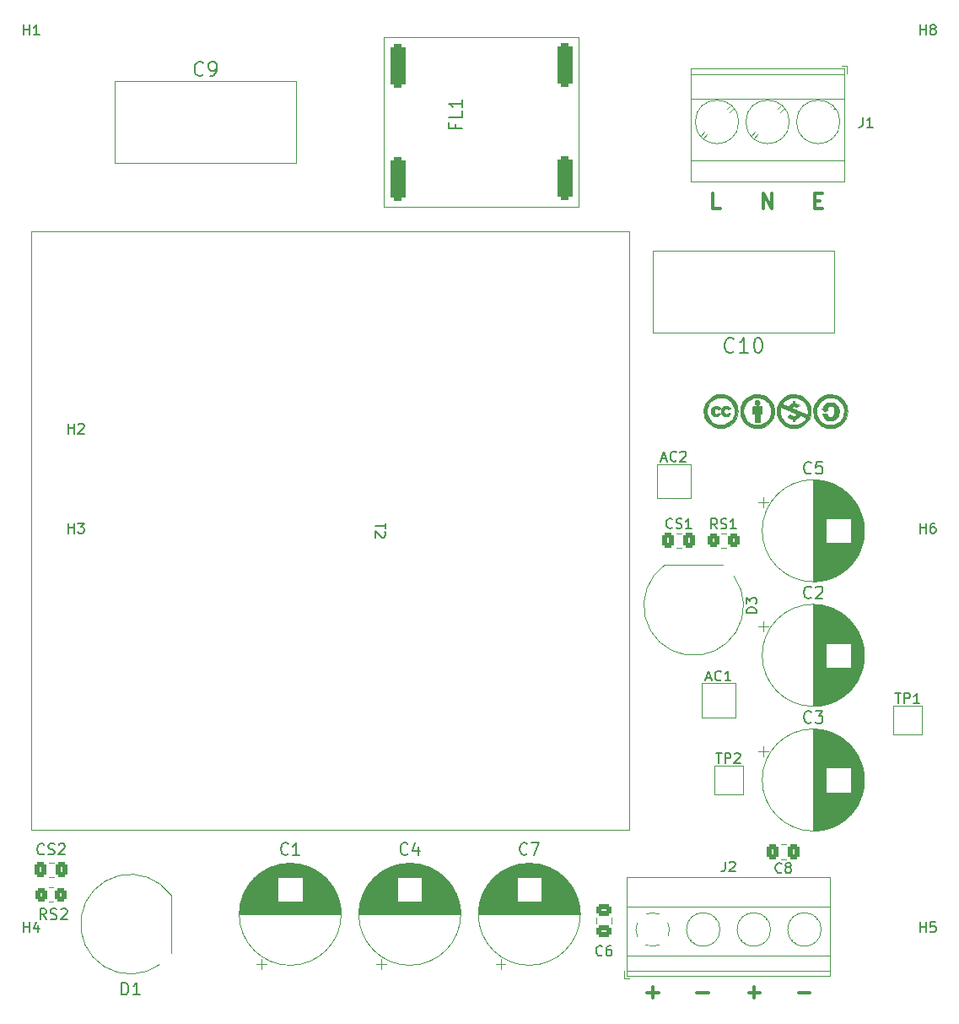
<source format=gto>
G04 #@! TF.GenerationSoftware,KiCad,Pcbnew,6.0.8+dfsg-1~bpo11+1+rpt1*
G04 #@! TF.CreationDate,2023-02-05T13:30:39+00:00*
G04 #@! TF.ProjectId,MaxDC,4d617844-432e-46b6-9963-61645f706362,0.3*
G04 #@! TF.SameCoordinates,Original*
G04 #@! TF.FileFunction,Legend,Top*
G04 #@! TF.FilePolarity,Positive*
%FSLAX46Y46*%
G04 Gerber Fmt 4.6, Leading zero omitted, Abs format (unit mm)*
G04 Created by KiCad (PCBNEW 6.0.8+dfsg-1~bpo11+1+rpt1) date 2023-02-05 13:30:39*
%MOMM*%
%LPD*%
G01*
G04 APERTURE LIST*
G04 Aperture macros list*
%AMRoundRect*
0 Rectangle with rounded corners*
0 $1 Rounding radius*
0 $2 $3 $4 $5 $6 $7 $8 $9 X,Y pos of 4 corners*
0 Add a 4 corners polygon primitive as box body*
4,1,4,$2,$3,$4,$5,$6,$7,$8,$9,$2,$3,0*
0 Add four circle primitives for the rounded corners*
1,1,$1+$1,$2,$3*
1,1,$1+$1,$4,$5*
1,1,$1+$1,$6,$7*
1,1,$1+$1,$8,$9*
0 Add four rect primitives between the rounded corners*
20,1,$1+$1,$2,$3,$4,$5,0*
20,1,$1+$1,$4,$5,$6,$7,0*
20,1,$1+$1,$6,$7,$8,$9,0*
20,1,$1+$1,$8,$9,$2,$3,0*%
G04 Aperture macros list end*
%ADD10C,0.300000*%
%ADD11C,0.150000*%
%ADD12C,0.200000*%
%ADD13C,0.180000*%
%ADD14C,0.120000*%
%ADD15C,0.010000*%
%ADD16R,2.600000X2.600000*%
%ADD17C,2.600000*%
%ADD18R,2.000000X2.000000*%
%ADD19O,2.000000X2.000000*%
%ADD20R,2.500000X2.500000*%
%ADD21RoundRect,0.250000X-0.337500X-0.475000X0.337500X-0.475000X0.337500X0.475000X-0.337500X0.475000X0*%
%ADD22RoundRect,0.250000X0.337500X0.475000X-0.337500X0.475000X-0.337500X-0.475000X0.337500X-0.475000X0*%
%ADD23C,2.000000*%
%ADD24C,2.400000*%
%ADD25RoundRect,0.381000X0.381000X-1.841500X0.381000X1.841500X-0.381000X1.841500X-0.381000X-1.841500X0*%
%ADD26C,3.200000*%
%ADD27C,5.000000*%
%ADD28C,3.000000*%
%ADD29C,6.400000*%
%ADD30RoundRect,0.250000X-0.475000X0.337500X-0.475000X-0.337500X0.475000X-0.337500X0.475000X0.337500X0*%
%ADD31R,3.000000X3.000000*%
%ADD32RoundRect,0.250000X-0.350000X-0.450000X0.350000X-0.450000X0.350000X0.450000X-0.350000X0.450000X0*%
G04 APERTURE END LIST*
D10*
X183678571Y-67892857D02*
X184178571Y-67892857D01*
X184392857Y-68678571D02*
X183678571Y-68678571D01*
X183678571Y-67178571D01*
X184392857Y-67178571D01*
X178471428Y-68678571D02*
X178471428Y-67178571D01*
X179328571Y-68678571D01*
X179328571Y-67178571D01*
X174164285Y-68678571D02*
X173450000Y-68678571D01*
X173450000Y-67178571D01*
X167971428Y-147307142D02*
X166828571Y-147307142D01*
X167400000Y-147878571D02*
X167400000Y-146735714D01*
X178171428Y-147307142D02*
X177028571Y-147307142D01*
X177600000Y-147878571D02*
X177600000Y-146735714D01*
X183171428Y-147307142D02*
X182028571Y-147307142D01*
X172971428Y-147307142D02*
X171828571Y-147307142D01*
D11*
X188466666Y-59552380D02*
X188466666Y-60266666D01*
X188419047Y-60409523D01*
X188323809Y-60504761D01*
X188180952Y-60552380D01*
X188085714Y-60552380D01*
X189466666Y-60552380D02*
X188895238Y-60552380D01*
X189180952Y-60552380D02*
X189180952Y-59552380D01*
X189085714Y-59695238D01*
X188990476Y-59790476D01*
X188895238Y-59838095D01*
X177799380Y-109253095D02*
X176799380Y-109253095D01*
X176799380Y-109015000D01*
X176847000Y-108872142D01*
X176942238Y-108776904D01*
X177037476Y-108729285D01*
X177227952Y-108681666D01*
X177370809Y-108681666D01*
X177561285Y-108729285D01*
X177656523Y-108776904D01*
X177751761Y-108872142D01*
X177799380Y-109015000D01*
X177799380Y-109253095D01*
X176799380Y-108348333D02*
X176799380Y-107729285D01*
X177180333Y-108062619D01*
X177180333Y-107919761D01*
X177227952Y-107824523D01*
X177275571Y-107776904D01*
X177370809Y-107729285D01*
X177608904Y-107729285D01*
X177704142Y-107776904D01*
X177751761Y-107824523D01*
X177799380Y-107919761D01*
X177799380Y-108205476D01*
X177751761Y-108300714D01*
X177704142Y-108348333D01*
X173738095Y-123304380D02*
X174309523Y-123304380D01*
X174023809Y-124304380D02*
X174023809Y-123304380D01*
X174642857Y-124304380D02*
X174642857Y-123304380D01*
X175023809Y-123304380D01*
X175119047Y-123352000D01*
X175166666Y-123399619D01*
X175214285Y-123494857D01*
X175214285Y-123637714D01*
X175166666Y-123732952D01*
X175119047Y-123780571D01*
X175023809Y-123828190D01*
X174642857Y-123828190D01*
X175595238Y-123399619D02*
X175642857Y-123352000D01*
X175738095Y-123304380D01*
X175976190Y-123304380D01*
X176071428Y-123352000D01*
X176119047Y-123399619D01*
X176166666Y-123494857D01*
X176166666Y-123590095D01*
X176119047Y-123732952D01*
X175547619Y-124304380D01*
X176166666Y-124304380D01*
X169357142Y-100677142D02*
X169309523Y-100724761D01*
X169166666Y-100772380D01*
X169071428Y-100772380D01*
X168928571Y-100724761D01*
X168833333Y-100629523D01*
X168785714Y-100534285D01*
X168738095Y-100343809D01*
X168738095Y-100200952D01*
X168785714Y-100010476D01*
X168833333Y-99915238D01*
X168928571Y-99820000D01*
X169071428Y-99772380D01*
X169166666Y-99772380D01*
X169309523Y-99820000D01*
X169357142Y-99867619D01*
X169738095Y-100724761D02*
X169880952Y-100772380D01*
X170119047Y-100772380D01*
X170214285Y-100724761D01*
X170261904Y-100677142D01*
X170309523Y-100581904D01*
X170309523Y-100486666D01*
X170261904Y-100391428D01*
X170214285Y-100343809D01*
X170119047Y-100296190D01*
X169928571Y-100248571D01*
X169833333Y-100200952D01*
X169785714Y-100153333D01*
X169738095Y-100058095D01*
X169738095Y-99962857D01*
X169785714Y-99867619D01*
X169833333Y-99820000D01*
X169928571Y-99772380D01*
X170166666Y-99772380D01*
X170309523Y-99820000D01*
X171261904Y-100772380D02*
X170690476Y-100772380D01*
X170976190Y-100772380D02*
X170976190Y-99772380D01*
X170880952Y-99915238D01*
X170785714Y-100010476D01*
X170690476Y-100058095D01*
D12*
X114074285Y-147542857D02*
X114074285Y-146342857D01*
X114360000Y-146342857D01*
X114531428Y-146400000D01*
X114645714Y-146514285D01*
X114702857Y-146628571D01*
X114760000Y-146857142D01*
X114760000Y-147028571D01*
X114702857Y-147257142D01*
X114645714Y-147371428D01*
X114531428Y-147485714D01*
X114360000Y-147542857D01*
X114074285Y-147542857D01*
X115902857Y-147542857D02*
X115217142Y-147542857D01*
X115560000Y-147542857D02*
X115560000Y-146342857D01*
X115445714Y-146514285D01*
X115331428Y-146628571D01*
X115217142Y-146685714D01*
D13*
X106292857Y-133392857D02*
X106240476Y-133445238D01*
X106083333Y-133497619D01*
X105978571Y-133497619D01*
X105821428Y-133445238D01*
X105716666Y-133340476D01*
X105664285Y-133235714D01*
X105611904Y-133026190D01*
X105611904Y-132869047D01*
X105664285Y-132659523D01*
X105716666Y-132554761D01*
X105821428Y-132450000D01*
X105978571Y-132397619D01*
X106083333Y-132397619D01*
X106240476Y-132450000D01*
X106292857Y-132502380D01*
X106711904Y-133445238D02*
X106869047Y-133497619D01*
X107130952Y-133497619D01*
X107235714Y-133445238D01*
X107288095Y-133392857D01*
X107340476Y-133288095D01*
X107340476Y-133183333D01*
X107288095Y-133078571D01*
X107235714Y-133026190D01*
X107130952Y-132973809D01*
X106921428Y-132921428D01*
X106816666Y-132869047D01*
X106764285Y-132816666D01*
X106711904Y-132711904D01*
X106711904Y-132607142D01*
X106764285Y-132502380D01*
X106816666Y-132450000D01*
X106921428Y-132397619D01*
X107183333Y-132397619D01*
X107340476Y-132450000D01*
X107759523Y-132502380D02*
X107811904Y-132450000D01*
X107916666Y-132397619D01*
X108178571Y-132397619D01*
X108283333Y-132450000D01*
X108335714Y-132502380D01*
X108388095Y-132607142D01*
X108388095Y-132711904D01*
X108335714Y-132869047D01*
X107707142Y-133497619D01*
X108388095Y-133497619D01*
D12*
X154800000Y-133396248D02*
X154742857Y-133453391D01*
X154571428Y-133510534D01*
X154457142Y-133510534D01*
X154285714Y-133453391D01*
X154171428Y-133339105D01*
X154114285Y-133224819D01*
X154057142Y-132996248D01*
X154057142Y-132824819D01*
X154114285Y-132596248D01*
X154171428Y-132481962D01*
X154285714Y-132367677D01*
X154457142Y-132310534D01*
X154571428Y-132310534D01*
X154742857Y-132367677D01*
X154800000Y-132424819D01*
X155200000Y-132310534D02*
X156000000Y-132310534D01*
X155485714Y-133510534D01*
X175535714Y-83035714D02*
X175464285Y-83107142D01*
X175250000Y-83178571D01*
X175107142Y-83178571D01*
X174892857Y-83107142D01*
X174750000Y-82964285D01*
X174678571Y-82821428D01*
X174607142Y-82535714D01*
X174607142Y-82321428D01*
X174678571Y-82035714D01*
X174750000Y-81892857D01*
X174892857Y-81750000D01*
X175107142Y-81678571D01*
X175250000Y-81678571D01*
X175464285Y-81750000D01*
X175535714Y-81821428D01*
X176964285Y-83178571D02*
X176107142Y-83178571D01*
X176535714Y-83178571D02*
X176535714Y-81678571D01*
X176392857Y-81892857D01*
X176250000Y-82035714D01*
X176107142Y-82107142D01*
X177892857Y-81678571D02*
X178035714Y-81678571D01*
X178178571Y-81750000D01*
X178250000Y-81821428D01*
X178321428Y-81964285D01*
X178392857Y-82250000D01*
X178392857Y-82607142D01*
X178321428Y-82892857D01*
X178250000Y-83035714D01*
X178178571Y-83107142D01*
X178035714Y-83178571D01*
X177892857Y-83178571D01*
X177750000Y-83107142D01*
X177678571Y-83035714D01*
X177607142Y-82892857D01*
X177535714Y-82607142D01*
X177535714Y-82250000D01*
X177607142Y-81964285D01*
X177678571Y-81821428D01*
X177750000Y-81750000D01*
X177892857Y-81678571D01*
X147567142Y-60197523D02*
X147567142Y-60630857D01*
X148248095Y-60630857D02*
X146948095Y-60630857D01*
X146948095Y-60011809D01*
X148248095Y-58897523D02*
X148248095Y-59516571D01*
X146948095Y-59516571D01*
X148248095Y-57783238D02*
X148248095Y-58526095D01*
X148248095Y-58154666D02*
X146948095Y-58154666D01*
X147133809Y-58278476D01*
X147257619Y-58402285D01*
X147319523Y-58526095D01*
X183300000Y-120178571D02*
X183242857Y-120235714D01*
X183071428Y-120292857D01*
X182957142Y-120292857D01*
X182785714Y-120235714D01*
X182671428Y-120121428D01*
X182614285Y-120007142D01*
X182557142Y-119778571D01*
X182557142Y-119607142D01*
X182614285Y-119378571D01*
X182671428Y-119264285D01*
X182785714Y-119150000D01*
X182957142Y-119092857D01*
X183071428Y-119092857D01*
X183242857Y-119150000D01*
X183300000Y-119207142D01*
X183700000Y-119092857D02*
X184442857Y-119092857D01*
X184042857Y-119550000D01*
X184214285Y-119550000D01*
X184328571Y-119607142D01*
X184385714Y-119664285D01*
X184442857Y-119778571D01*
X184442857Y-120064285D01*
X184385714Y-120178571D01*
X184328571Y-120235714D01*
X184214285Y-120292857D01*
X183871428Y-120292857D01*
X183757142Y-120235714D01*
X183700000Y-120178571D01*
X183300000Y-107678571D02*
X183242857Y-107735714D01*
X183071428Y-107792857D01*
X182957142Y-107792857D01*
X182785714Y-107735714D01*
X182671428Y-107621428D01*
X182614285Y-107507142D01*
X182557142Y-107278571D01*
X182557142Y-107107142D01*
X182614285Y-106878571D01*
X182671428Y-106764285D01*
X182785714Y-106650000D01*
X182957142Y-106592857D01*
X183071428Y-106592857D01*
X183242857Y-106650000D01*
X183300000Y-106707142D01*
X183757142Y-106707142D02*
X183814285Y-106650000D01*
X183928571Y-106592857D01*
X184214285Y-106592857D01*
X184328571Y-106650000D01*
X184385714Y-106707142D01*
X184442857Y-106821428D01*
X184442857Y-106935714D01*
X184385714Y-107107142D01*
X183700000Y-107792857D01*
X184442857Y-107792857D01*
D11*
X194238095Y-141252380D02*
X194238095Y-140252380D01*
X194238095Y-140728571D02*
X194809523Y-140728571D01*
X194809523Y-141252380D02*
X194809523Y-140252380D01*
X195761904Y-140252380D02*
X195285714Y-140252380D01*
X195238095Y-140728571D01*
X195285714Y-140680952D01*
X195380952Y-140633333D01*
X195619047Y-140633333D01*
X195714285Y-140680952D01*
X195761904Y-140728571D01*
X195809523Y-140823809D01*
X195809523Y-141061904D01*
X195761904Y-141157142D01*
X195714285Y-141204761D01*
X195619047Y-141252380D01*
X195380952Y-141252380D01*
X195285714Y-141204761D01*
X195238095Y-141157142D01*
X140547619Y-100238095D02*
X140547619Y-100809523D01*
X139547619Y-100523809D02*
X140547619Y-100523809D01*
X140452380Y-101095238D02*
X140500000Y-101142857D01*
X140547619Y-101238095D01*
X140547619Y-101476190D01*
X140500000Y-101571428D01*
X140452380Y-101619047D01*
X140357142Y-101666666D01*
X140261904Y-101666666D01*
X140119047Y-101619047D01*
X139547619Y-101047619D01*
X139547619Y-101666666D01*
X108738095Y-101252380D02*
X108738095Y-100252380D01*
X108738095Y-100728571D02*
X109309523Y-100728571D01*
X109309523Y-101252380D02*
X109309523Y-100252380D01*
X109690476Y-100252380D02*
X110309523Y-100252380D01*
X109976190Y-100633333D01*
X110119047Y-100633333D01*
X110214285Y-100680952D01*
X110261904Y-100728571D01*
X110309523Y-100823809D01*
X110309523Y-101061904D01*
X110261904Y-101157142D01*
X110214285Y-101204761D01*
X110119047Y-101252380D01*
X109833333Y-101252380D01*
X109738095Y-101204761D01*
X109690476Y-101157142D01*
X108738095Y-91252380D02*
X108738095Y-90252380D01*
X108738095Y-90728571D02*
X109309523Y-90728571D01*
X109309523Y-91252380D02*
X109309523Y-90252380D01*
X109738095Y-90347619D02*
X109785714Y-90300000D01*
X109880952Y-90252380D01*
X110119047Y-90252380D01*
X110214285Y-90300000D01*
X110261904Y-90347619D01*
X110309523Y-90442857D01*
X110309523Y-90538095D01*
X110261904Y-90680952D01*
X109690476Y-91252380D01*
X110309523Y-91252380D01*
X191738095Y-117304380D02*
X192309523Y-117304380D01*
X192023809Y-118304380D02*
X192023809Y-117304380D01*
X192642857Y-118304380D02*
X192642857Y-117304380D01*
X193023809Y-117304380D01*
X193119047Y-117352000D01*
X193166666Y-117399619D01*
X193214285Y-117494857D01*
X193214285Y-117637714D01*
X193166666Y-117732952D01*
X193119047Y-117780571D01*
X193023809Y-117828190D01*
X192642857Y-117828190D01*
X194166666Y-118304380D02*
X193595238Y-118304380D01*
X193880952Y-118304380D02*
X193880952Y-117304380D01*
X193785714Y-117447238D01*
X193690476Y-117542476D01*
X193595238Y-117590095D01*
X180333333Y-135232142D02*
X180285714Y-135279761D01*
X180142857Y-135327380D01*
X180047619Y-135327380D01*
X179904761Y-135279761D01*
X179809523Y-135184523D01*
X179761904Y-135089285D01*
X179714285Y-134898809D01*
X179714285Y-134755952D01*
X179761904Y-134565476D01*
X179809523Y-134470238D01*
X179904761Y-134375000D01*
X180047619Y-134327380D01*
X180142857Y-134327380D01*
X180285714Y-134375000D01*
X180333333Y-134422619D01*
X180904761Y-134755952D02*
X180809523Y-134708333D01*
X180761904Y-134660714D01*
X180714285Y-134565476D01*
X180714285Y-134517857D01*
X180761904Y-134422619D01*
X180809523Y-134375000D01*
X180904761Y-134327380D01*
X181095238Y-134327380D01*
X181190476Y-134375000D01*
X181238095Y-134422619D01*
X181285714Y-134517857D01*
X181285714Y-134565476D01*
X181238095Y-134660714D01*
X181190476Y-134708333D01*
X181095238Y-134755952D01*
X180904761Y-134755952D01*
X180809523Y-134803571D01*
X180761904Y-134851190D01*
X180714285Y-134946428D01*
X180714285Y-135136904D01*
X180761904Y-135232142D01*
X180809523Y-135279761D01*
X180904761Y-135327380D01*
X181095238Y-135327380D01*
X181190476Y-135279761D01*
X181238095Y-135232142D01*
X181285714Y-135136904D01*
X181285714Y-134946428D01*
X181238095Y-134851190D01*
X181190476Y-134803571D01*
X181095238Y-134755952D01*
X104238095Y-51252380D02*
X104238095Y-50252380D01*
X104238095Y-50728571D02*
X104809523Y-50728571D01*
X104809523Y-51252380D02*
X104809523Y-50252380D01*
X105809523Y-51252380D02*
X105238095Y-51252380D01*
X105523809Y-51252380D02*
X105523809Y-50252380D01*
X105428571Y-50395238D01*
X105333333Y-50490476D01*
X105238095Y-50538095D01*
X162322904Y-143531642D02*
X162275285Y-143579261D01*
X162132428Y-143626880D01*
X162037190Y-143626880D01*
X161894332Y-143579261D01*
X161799094Y-143484023D01*
X161751475Y-143388785D01*
X161703856Y-143198309D01*
X161703856Y-143055452D01*
X161751475Y-142864976D01*
X161799094Y-142769738D01*
X161894332Y-142674500D01*
X162037190Y-142626880D01*
X162132428Y-142626880D01*
X162275285Y-142674500D01*
X162322904Y-142722119D01*
X163180047Y-142626880D02*
X162989571Y-142626880D01*
X162894332Y-142674500D01*
X162846713Y-142722119D01*
X162751475Y-142864976D01*
X162703856Y-143055452D01*
X162703856Y-143436404D01*
X162751475Y-143531642D01*
X162799094Y-143579261D01*
X162894332Y-143626880D01*
X163084809Y-143626880D01*
X163180047Y-143579261D01*
X163227666Y-143531642D01*
X163275285Y-143436404D01*
X163275285Y-143198309D01*
X163227666Y-143103071D01*
X163180047Y-143055452D01*
X163084809Y-143007833D01*
X162894332Y-143007833D01*
X162799094Y-143055452D01*
X162751475Y-143103071D01*
X162703856Y-143198309D01*
X172785714Y-115768666D02*
X173261904Y-115768666D01*
X172690476Y-116054380D02*
X173023809Y-115054380D01*
X173357142Y-116054380D01*
X174261904Y-115959142D02*
X174214285Y-116006761D01*
X174071428Y-116054380D01*
X173976190Y-116054380D01*
X173833333Y-116006761D01*
X173738095Y-115911523D01*
X173690476Y-115816285D01*
X173642857Y-115625809D01*
X173642857Y-115482952D01*
X173690476Y-115292476D01*
X173738095Y-115197238D01*
X173833333Y-115102000D01*
X173976190Y-115054380D01*
X174071428Y-115054380D01*
X174214285Y-115102000D01*
X174261904Y-115149619D01*
X175214285Y-116054380D02*
X174642857Y-116054380D01*
X174928571Y-116054380D02*
X174928571Y-115054380D01*
X174833333Y-115197238D01*
X174738095Y-115292476D01*
X174642857Y-115340095D01*
X194238095Y-101252380D02*
X194238095Y-100252380D01*
X194238095Y-100728571D02*
X194809523Y-100728571D01*
X194809523Y-101252380D02*
X194809523Y-100252380D01*
X195714285Y-100252380D02*
X195523809Y-100252380D01*
X195428571Y-100300000D01*
X195380952Y-100347619D01*
X195285714Y-100490476D01*
X195238095Y-100680952D01*
X195238095Y-101061904D01*
X195285714Y-101157142D01*
X195333333Y-101204761D01*
X195428571Y-101252380D01*
X195619047Y-101252380D01*
X195714285Y-101204761D01*
X195761904Y-101157142D01*
X195809523Y-101061904D01*
X195809523Y-100823809D01*
X195761904Y-100728571D01*
X195714285Y-100680952D01*
X195619047Y-100633333D01*
X195428571Y-100633333D01*
X195333333Y-100680952D01*
X195285714Y-100728571D01*
X195238095Y-100823809D01*
X174666666Y-134192380D02*
X174666666Y-134906666D01*
X174619047Y-135049523D01*
X174523809Y-135144761D01*
X174380952Y-135192380D01*
X174285714Y-135192380D01*
X175095238Y-134287619D02*
X175142857Y-134240000D01*
X175238095Y-134192380D01*
X175476190Y-134192380D01*
X175571428Y-134240000D01*
X175619047Y-134287619D01*
X175666666Y-134382857D01*
X175666666Y-134478095D01*
X175619047Y-134620952D01*
X175047619Y-135192380D01*
X175666666Y-135192380D01*
D12*
X122266666Y-55250000D02*
X122200000Y-55316666D01*
X122000000Y-55383333D01*
X121866666Y-55383333D01*
X121666666Y-55316666D01*
X121533333Y-55183333D01*
X121466666Y-55050000D01*
X121400000Y-54783333D01*
X121400000Y-54583333D01*
X121466666Y-54316666D01*
X121533333Y-54183333D01*
X121666666Y-54050000D01*
X121866666Y-53983333D01*
X122000000Y-53983333D01*
X122200000Y-54050000D01*
X122266666Y-54116666D01*
X122933333Y-55383333D02*
X123200000Y-55383333D01*
X123333333Y-55316666D01*
X123400000Y-55250000D01*
X123533333Y-55050000D01*
X123600000Y-54783333D01*
X123600000Y-54250000D01*
X123533333Y-54116666D01*
X123466666Y-54050000D01*
X123333333Y-53983333D01*
X123066666Y-53983333D01*
X122933333Y-54050000D01*
X122866666Y-54116666D01*
X122800000Y-54250000D01*
X122800000Y-54583333D01*
X122866666Y-54716666D01*
X122933333Y-54783333D01*
X123066666Y-54850000D01*
X123333333Y-54850000D01*
X123466666Y-54783333D01*
X123533333Y-54716666D01*
X123600000Y-54583333D01*
D11*
X104238095Y-141252380D02*
X104238095Y-140252380D01*
X104238095Y-140728571D02*
X104809523Y-140728571D01*
X104809523Y-141252380D02*
X104809523Y-140252380D01*
X105714285Y-140585714D02*
X105714285Y-141252380D01*
X105476190Y-140204761D02*
X105238095Y-140919047D01*
X105857142Y-140919047D01*
X168285714Y-93768666D02*
X168761904Y-93768666D01*
X168190476Y-94054380D02*
X168523809Y-93054380D01*
X168857142Y-94054380D01*
X169761904Y-93959142D02*
X169714285Y-94006761D01*
X169571428Y-94054380D01*
X169476190Y-94054380D01*
X169333333Y-94006761D01*
X169238095Y-93911523D01*
X169190476Y-93816285D01*
X169142857Y-93625809D01*
X169142857Y-93482952D01*
X169190476Y-93292476D01*
X169238095Y-93197238D01*
X169333333Y-93102000D01*
X169476190Y-93054380D01*
X169571428Y-93054380D01*
X169714285Y-93102000D01*
X169761904Y-93149619D01*
X170142857Y-93149619D02*
X170190476Y-93102000D01*
X170285714Y-93054380D01*
X170523809Y-93054380D01*
X170619047Y-93102000D01*
X170666666Y-93149619D01*
X170714285Y-93244857D01*
X170714285Y-93340095D01*
X170666666Y-93482952D01*
X170095238Y-94054380D01*
X170714285Y-94054380D01*
D12*
X130800000Y-133396248D02*
X130742857Y-133453391D01*
X130571428Y-133510534D01*
X130457142Y-133510534D01*
X130285714Y-133453391D01*
X130171428Y-133339105D01*
X130114285Y-133224819D01*
X130057142Y-132996248D01*
X130057142Y-132824819D01*
X130114285Y-132596248D01*
X130171428Y-132481962D01*
X130285714Y-132367677D01*
X130457142Y-132310534D01*
X130571428Y-132310534D01*
X130742857Y-132367677D01*
X130800000Y-132424819D01*
X131942857Y-133510534D02*
X131257142Y-133510534D01*
X131600000Y-133510534D02*
X131600000Y-132310534D01*
X131485714Y-132481962D01*
X131371428Y-132596248D01*
X131257142Y-132653391D01*
D11*
X194238095Y-51252380D02*
X194238095Y-50252380D01*
X194238095Y-50728571D02*
X194809523Y-50728571D01*
X194809523Y-51252380D02*
X194809523Y-50252380D01*
X195428571Y-50680952D02*
X195333333Y-50633333D01*
X195285714Y-50585714D01*
X195238095Y-50490476D01*
X195238095Y-50442857D01*
X195285714Y-50347619D01*
X195333333Y-50300000D01*
X195428571Y-50252380D01*
X195619047Y-50252380D01*
X195714285Y-50300000D01*
X195761904Y-50347619D01*
X195809523Y-50442857D01*
X195809523Y-50490476D01*
X195761904Y-50585714D01*
X195714285Y-50633333D01*
X195619047Y-50680952D01*
X195428571Y-50680952D01*
X195333333Y-50728571D01*
X195285714Y-50776190D01*
X195238095Y-50871428D01*
X195238095Y-51061904D01*
X195285714Y-51157142D01*
X195333333Y-51204761D01*
X195428571Y-51252380D01*
X195619047Y-51252380D01*
X195714285Y-51204761D01*
X195761904Y-51157142D01*
X195809523Y-51061904D01*
X195809523Y-50871428D01*
X195761904Y-50776190D01*
X195714285Y-50728571D01*
X195619047Y-50680952D01*
D12*
X142800000Y-133396248D02*
X142742857Y-133453391D01*
X142571428Y-133510534D01*
X142457142Y-133510534D01*
X142285714Y-133453391D01*
X142171428Y-133339105D01*
X142114285Y-133224819D01*
X142057142Y-132996248D01*
X142057142Y-132824819D01*
X142114285Y-132596248D01*
X142171428Y-132481962D01*
X142285714Y-132367677D01*
X142457142Y-132310534D01*
X142571428Y-132310534D01*
X142742857Y-132367677D01*
X142800000Y-132424819D01*
X143828571Y-132710534D02*
X143828571Y-133510534D01*
X143542857Y-132253391D02*
X143257142Y-133110534D01*
X144000000Y-133110534D01*
X183300000Y-95178571D02*
X183242857Y-95235714D01*
X183071428Y-95292857D01*
X182957142Y-95292857D01*
X182785714Y-95235714D01*
X182671428Y-95121428D01*
X182614285Y-95007142D01*
X182557142Y-94778571D01*
X182557142Y-94607142D01*
X182614285Y-94378571D01*
X182671428Y-94264285D01*
X182785714Y-94150000D01*
X182957142Y-94092857D01*
X183071428Y-94092857D01*
X183242857Y-94150000D01*
X183300000Y-94207142D01*
X184385714Y-94092857D02*
X183814285Y-94092857D01*
X183757142Y-94664285D01*
X183814285Y-94607142D01*
X183928571Y-94550000D01*
X184214285Y-94550000D01*
X184328571Y-94607142D01*
X184385714Y-94664285D01*
X184442857Y-94778571D01*
X184442857Y-95064285D01*
X184385714Y-95178571D01*
X184328571Y-95235714D01*
X184214285Y-95292857D01*
X183928571Y-95292857D01*
X183814285Y-95235714D01*
X183757142Y-95178571D01*
D11*
X173857142Y-100802380D02*
X173523809Y-100326190D01*
X173285714Y-100802380D02*
X173285714Y-99802380D01*
X173666666Y-99802380D01*
X173761904Y-99850000D01*
X173809523Y-99897619D01*
X173857142Y-99992857D01*
X173857142Y-100135714D01*
X173809523Y-100230952D01*
X173761904Y-100278571D01*
X173666666Y-100326190D01*
X173285714Y-100326190D01*
X174238095Y-100754761D02*
X174380952Y-100802380D01*
X174619047Y-100802380D01*
X174714285Y-100754761D01*
X174761904Y-100707142D01*
X174809523Y-100611904D01*
X174809523Y-100516666D01*
X174761904Y-100421428D01*
X174714285Y-100373809D01*
X174619047Y-100326190D01*
X174428571Y-100278571D01*
X174333333Y-100230952D01*
X174285714Y-100183333D01*
X174238095Y-100088095D01*
X174238095Y-99992857D01*
X174285714Y-99897619D01*
X174333333Y-99850000D01*
X174428571Y-99802380D01*
X174666666Y-99802380D01*
X174809523Y-99850000D01*
X175761904Y-100802380D02*
X175190476Y-100802380D01*
X175476190Y-100802380D02*
X175476190Y-99802380D01*
X175380952Y-99945238D01*
X175285714Y-100040476D01*
X175190476Y-100088095D01*
D13*
X106519921Y-139997619D02*
X106153254Y-139473809D01*
X105891349Y-139997619D02*
X105891349Y-138897619D01*
X106310397Y-138897619D01*
X106415159Y-138950000D01*
X106467540Y-139002380D01*
X106519921Y-139107142D01*
X106519921Y-139264285D01*
X106467540Y-139369047D01*
X106415159Y-139421428D01*
X106310397Y-139473809D01*
X105891349Y-139473809D01*
X106938968Y-139945238D02*
X107096111Y-139997619D01*
X107358016Y-139997619D01*
X107462778Y-139945238D01*
X107515159Y-139892857D01*
X107567540Y-139788095D01*
X107567540Y-139683333D01*
X107515159Y-139578571D01*
X107462778Y-139526190D01*
X107358016Y-139473809D01*
X107148492Y-139421428D01*
X107043730Y-139369047D01*
X106991349Y-139316666D01*
X106938968Y-139211904D01*
X106938968Y-139107142D01*
X106991349Y-139002380D01*
X107043730Y-138950000D01*
X107148492Y-138897619D01*
X107410397Y-138897619D01*
X107567540Y-138950000D01*
X107986587Y-139002380D02*
X108038968Y-138950000D01*
X108143730Y-138897619D01*
X108405635Y-138897619D01*
X108510397Y-138950000D01*
X108562778Y-139002380D01*
X108615159Y-139107142D01*
X108615159Y-139211904D01*
X108562778Y-139369047D01*
X107934206Y-139997619D01*
X108615159Y-139997619D01*
D14*
X177532000Y-61654000D02*
X177912000Y-61274000D01*
X175098000Y-59008000D02*
X175493000Y-58612000D01*
X186600000Y-65960000D02*
X186600000Y-54640000D01*
X185282000Y-58453000D02*
X185388000Y-58346000D01*
X172452000Y-61654000D02*
X172832000Y-61274000D01*
X179927000Y-58726000D02*
X180307000Y-58346000D01*
X186600000Y-57700000D02*
X171240000Y-57700000D01*
X185548000Y-58719000D02*
X185654000Y-58612000D01*
X174847000Y-58726000D02*
X175227000Y-58346000D01*
X171240000Y-65960000D02*
X171240000Y-54640000D01*
X186600000Y-65960000D02*
X171240000Y-65960000D01*
X182346000Y-61388000D02*
X182453000Y-61281000D01*
X186600000Y-55200000D02*
X171240000Y-55200000D01*
X182612000Y-61654000D02*
X182719000Y-61547000D01*
X186600000Y-63900000D02*
X171240000Y-63900000D01*
X186840000Y-55140000D02*
X186840000Y-54400000D01*
X177266000Y-61388000D02*
X177661000Y-60992000D01*
X172186000Y-61388000D02*
X172581000Y-60992000D01*
X186600000Y-54640000D02*
X171240000Y-54640000D01*
X186840000Y-54400000D02*
X186340000Y-54400000D01*
X180178000Y-59008000D02*
X180573000Y-58612000D01*
X186180000Y-60000000D02*
G75*
G03*
X186180000Y-60000000I-2180000J0D01*
G01*
X181100000Y-60000000D02*
G75*
G03*
X181100000Y-60000000I-2180000J0D01*
G01*
X176020000Y-60000000D02*
G75*
G03*
X176020000Y-60000000I-2180000J0D01*
G01*
X174426000Y-104451000D02*
X168584000Y-104451000D01*
X168584000Y-104451000D02*
G75*
G03*
X175569000Y-105594000I2921000J-4064000D01*
G01*
X173550000Y-124550000D02*
X176450000Y-124550000D01*
X176450000Y-124550000D02*
X176450000Y-127450000D01*
X173550000Y-127450000D02*
X173550000Y-124550000D01*
X176450000Y-127450000D02*
X173550000Y-127450000D01*
X169738748Y-102735000D02*
X170261252Y-102735000D01*
X169738748Y-101265000D02*
X170261252Y-101265000D01*
X119024000Y-143381000D02*
X119024000Y-137539000D01*
X119024000Y-137539000D02*
G75*
G03*
X117881000Y-144524000I-4064000J-2921000D01*
G01*
X107261252Y-135735000D02*
X106738748Y-135735000D01*
X107261252Y-134265000D02*
X106738748Y-134265000D01*
X156241000Y-136746677D02*
X159298000Y-136746677D01*
X150629000Y-136866677D02*
X153759000Y-136866677D01*
X151439000Y-135826677D02*
X153759000Y-135826677D01*
X150779000Y-136626677D02*
X153759000Y-136626677D01*
X152111000Y-135266677D02*
X157889000Y-135266677D01*
X156241000Y-136586677D02*
X159194000Y-136586677D01*
X156241000Y-137826677D02*
X159811000Y-137826677D01*
X151360000Y-135906677D02*
X153759000Y-135906677D01*
X151653000Y-135626677D02*
X158347000Y-135626677D01*
X156241000Y-136626677D02*
X159221000Y-136626677D01*
X156241000Y-136546677D02*
X159166000Y-136546677D01*
X150115000Y-138066677D02*
X153759000Y-138066677D01*
X152230000Y-135186677D02*
X157770000Y-135186677D01*
X156241000Y-137266677D02*
X159584000Y-137266677D01*
X150361000Y-137386677D02*
X153759000Y-137386677D01*
X156241000Y-136986677D02*
X159440000Y-136986677D01*
X149920000Y-139467677D02*
X160080000Y-139467677D01*
X150026000Y-138426677D02*
X159974000Y-138426677D01*
X149970000Y-138746677D02*
X160030000Y-138746677D01*
X149930000Y-139147677D02*
X160070000Y-139147677D01*
X156241000Y-137146677D02*
X159525000Y-137146677D01*
X151247000Y-136026677D02*
X153759000Y-136026677D01*
X152000000Y-135346677D02*
X158000000Y-135346677D01*
X156241000Y-136066677D02*
X158789000Y-136066677D01*
X151176000Y-136106677D02*
X153759000Y-136106677D01*
X150834000Y-136546677D02*
X153759000Y-136546677D01*
X156241000Y-136506677D02*
X159138000Y-136506677D01*
X150416000Y-137266677D02*
X153759000Y-137266677D01*
X156241000Y-137386677D02*
X159639000Y-137386677D01*
X150189000Y-137826677D02*
X153759000Y-137826677D01*
X156241000Y-137306677D02*
X159603000Y-137306677D01*
X153258000Y-134666677D02*
X156742000Y-134666677D01*
X156241000Y-136226677D02*
X158925000Y-136226677D01*
X150496000Y-137106677D02*
X153759000Y-137106677D01*
X156241000Y-135986677D02*
X158716000Y-135986677D01*
X156241000Y-137506677D02*
X159690000Y-137506677D01*
X150150000Y-137946677D02*
X153759000Y-137946677D01*
X152490000Y-135026677D02*
X157510000Y-135026677D01*
X150677000Y-136786677D02*
X153759000Y-136786677D01*
X149938000Y-139027677D02*
X160062000Y-139027677D01*
X156241000Y-136186677D02*
X158892000Y-136186677D01*
X156241000Y-135746677D02*
X158478000Y-135746677D01*
X151608000Y-135666677D02*
X158392000Y-135666677D01*
X150062000Y-138266677D02*
X159938000Y-138266677D01*
X152635000Y-134946677D02*
X157365000Y-134946677D01*
X156241000Y-135866677D02*
X158601000Y-135866677D01*
X149996000Y-138586677D02*
X160004000Y-138586677D01*
X150950000Y-136386677D02*
X153759000Y-136386677D01*
X156241000Y-136306677D02*
X158989000Y-136306677D01*
X152055000Y-135306677D02*
X157945000Y-135306677D01*
X156241000Y-137466677D02*
X159674000Y-137466677D01*
X150053000Y-138306677D02*
X159947000Y-138306677D01*
X151746000Y-135546677D02*
X158254000Y-135546677D01*
X154401000Y-134386677D02*
X155599000Y-134386677D01*
X156241000Y-136706677D02*
X159273000Y-136706677D01*
X156241000Y-137546677D02*
X159707000Y-137546677D01*
X149920000Y-139387677D02*
X160080000Y-139387677D01*
X150044000Y-138346677D02*
X159956000Y-138346677D01*
X156241000Y-137986677D02*
X159862000Y-137986677D01*
X156241000Y-137666677D02*
X159754000Y-137666677D01*
X150517000Y-137066677D02*
X153759000Y-137066677D01*
X152791000Y-134866677D02*
X157209000Y-134866677D01*
X150653000Y-136826677D02*
X153759000Y-136826677D01*
X153154000Y-134706677D02*
X156846000Y-134706677D01*
X156241000Y-137946677D02*
X159850000Y-137946677D01*
X156241000Y-137106677D02*
X159504000Y-137106677D01*
X151946000Y-135386677D02*
X158054000Y-135386677D01*
X150262000Y-137626677D02*
X153759000Y-137626677D01*
X156241000Y-136946677D02*
X159417000Y-136946677D01*
X150475000Y-137146677D02*
X153759000Y-137146677D01*
X154138000Y-134426677D02*
X155862000Y-134426677D01*
X150397000Y-137306677D02*
X153759000Y-137306677D01*
X150326000Y-137466677D02*
X153759000Y-137466677D01*
X149920000Y-139427677D02*
X160080000Y-139427677D01*
X156241000Y-136386677D02*
X159050000Y-136386677D01*
X151844000Y-135466677D02*
X158156000Y-135466677D01*
X156241000Y-137706677D02*
X159768000Y-137706677D01*
X152561000Y-134986677D02*
X157439000Y-134986677D01*
X150583000Y-136946677D02*
X153759000Y-136946677D01*
X149942000Y-138987677D02*
X160058000Y-138987677D01*
X152711000Y-134906677D02*
X157289000Y-134906677D01*
X153056000Y-134746677D02*
X156944000Y-134746677D01*
X153938000Y-134466677D02*
X156062000Y-134466677D01*
X151011000Y-136306677D02*
X153759000Y-136306677D01*
X150010000Y-138506677D02*
X159990000Y-138506677D01*
X150103000Y-138106677D02*
X153759000Y-138106677D01*
X150980000Y-136346677D02*
X153759000Y-136346677D01*
X156241000Y-137226677D02*
X159564000Y-137226677D01*
X150246000Y-137666677D02*
X153759000Y-137666677D01*
X150176000Y-137866677D02*
X153759000Y-137866677D01*
X149935000Y-139067677D02*
X160065000Y-139067677D01*
X152875000Y-134826677D02*
X157125000Y-134826677D01*
X150163000Y-137906677D02*
X153759000Y-137906677D01*
X156241000Y-135946677D02*
X158679000Y-135946677D01*
X156241000Y-137746677D02*
X159783000Y-137746677D01*
X149921000Y-139347677D02*
X160079000Y-139347677D01*
X150343000Y-137426677D02*
X153759000Y-137426677D01*
X149960000Y-138827677D02*
X160040000Y-138827677D01*
X152291000Y-135146677D02*
X157709000Y-135146677D01*
X153622000Y-134546677D02*
X156378000Y-134546677D01*
X151399000Y-135866677D02*
X153759000Y-135866677D01*
X151321000Y-135946677D02*
X153759000Y-135946677D01*
X150702000Y-136746677D02*
X153759000Y-136746677D01*
X156241000Y-136026677D02*
X158753000Y-136026677D01*
X150379000Y-137346677D02*
X153759000Y-137346677D01*
X150753000Y-136666677D02*
X153759000Y-136666677D01*
X150293000Y-137546677D02*
X153759000Y-137546677D01*
X150920000Y-136426677D02*
X153759000Y-136426677D01*
X150072000Y-138226677D02*
X159928000Y-138226677D01*
X152421000Y-135066677D02*
X157579000Y-135066677D01*
X150217000Y-137746677D02*
X153759000Y-137746677D01*
X150277000Y-137586677D02*
X153759000Y-137586677D01*
X156241000Y-137026677D02*
X159462000Y-137026677D01*
X151699000Y-135586677D02*
X158301000Y-135586677D01*
X151625000Y-144447323D02*
X152625000Y-144447323D01*
X150003000Y-138546677D02*
X159997000Y-138546677D01*
X156241000Y-137786677D02*
X159797000Y-137786677D01*
X156241000Y-137346677D02*
X159621000Y-137346677D01*
X156241000Y-137866677D02*
X159824000Y-137866677D01*
X151284000Y-135986677D02*
X153759000Y-135986677D01*
X151075000Y-136226677D02*
X153759000Y-136226677D01*
X156241000Y-136906677D02*
X159395000Y-136906677D01*
X156241000Y-137426677D02*
X159657000Y-137426677D01*
X150727000Y-136706677D02*
X153759000Y-136706677D01*
X153370000Y-134626677D02*
X156630000Y-134626677D01*
X156241000Y-136826677D02*
X159347000Y-136826677D01*
X156241000Y-136346677D02*
X159020000Y-136346677D01*
X149982000Y-138666677D02*
X160018000Y-138666677D01*
X149976000Y-138706677D02*
X160024000Y-138706677D01*
X151142000Y-136146677D02*
X153759000Y-136146677D01*
X156241000Y-136426677D02*
X159080000Y-136426677D01*
X151480000Y-135786677D02*
X153759000Y-135786677D01*
X156241000Y-137586677D02*
X159723000Y-137586677D01*
X149932000Y-139107677D02*
X160068000Y-139107677D01*
X150018000Y-138466677D02*
X159982000Y-138466677D01*
X151564000Y-135706677D02*
X158436000Y-135706677D01*
X156241000Y-136146677D02*
X158858000Y-136146677D01*
X153770000Y-134506677D02*
X156230000Y-134506677D01*
X156241000Y-135906677D02*
X158640000Y-135906677D01*
X151043000Y-136266677D02*
X153759000Y-136266677D01*
X152355000Y-135106677D02*
X157645000Y-135106677D01*
X152963000Y-134786677D02*
X157037000Y-134786677D01*
X150560000Y-136986677D02*
X153759000Y-136986677D01*
X150436000Y-137226677D02*
X153759000Y-137226677D01*
X152125000Y-144947323D02*
X152125000Y-143947323D01*
X156241000Y-135826677D02*
X158561000Y-135826677D01*
X150126000Y-138026677D02*
X153759000Y-138026677D01*
X153490000Y-134586677D02*
X156510000Y-134586677D01*
X156241000Y-138026677D02*
X159874000Y-138026677D01*
X149946000Y-138947677D02*
X160054000Y-138947677D01*
X156241000Y-137186677D02*
X159545000Y-137186677D01*
X149922000Y-139307677D02*
X160078000Y-139307677D01*
X150605000Y-136906677D02*
X153759000Y-136906677D01*
X156241000Y-137906677D02*
X159837000Y-137906677D01*
X150862000Y-136506677D02*
X153759000Y-136506677D01*
X151211000Y-136066677D02*
X153759000Y-136066677D01*
X156241000Y-136106677D02*
X158824000Y-136106677D01*
X156241000Y-138186677D02*
X159918000Y-138186677D01*
X150203000Y-137786677D02*
X153759000Y-137786677D01*
X156241000Y-138146677D02*
X159907000Y-138146677D01*
X150232000Y-137706677D02*
X153759000Y-137706677D01*
X149965000Y-138787677D02*
X160035000Y-138787677D01*
X151108000Y-136186677D02*
X153759000Y-136186677D01*
X150538000Y-137026677D02*
X153759000Y-137026677D01*
X149989000Y-138626677D02*
X160011000Y-138626677D01*
X150093000Y-138146677D02*
X153759000Y-138146677D01*
X149955000Y-138867677D02*
X160045000Y-138867677D01*
X150082000Y-138186677D02*
X153759000Y-138186677D01*
X156241000Y-136466677D02*
X159110000Y-136466677D01*
X149950000Y-138907677D02*
X160050000Y-138907677D01*
X156241000Y-135786677D02*
X158520000Y-135786677D01*
X156241000Y-136866677D02*
X159371000Y-136866677D01*
X150310000Y-137506677D02*
X153759000Y-137506677D01*
X156241000Y-138066677D02*
X159885000Y-138066677D01*
X151894000Y-135426677D02*
X158106000Y-135426677D01*
X156241000Y-137626677D02*
X159738000Y-137626677D01*
X156241000Y-136266677D02*
X158957000Y-136266677D01*
X156241000Y-138106677D02*
X159897000Y-138106677D01*
X149925000Y-139227677D02*
X160075000Y-139227677D01*
X150138000Y-137986677D02*
X153759000Y-137986677D01*
X152170000Y-135226677D02*
X157830000Y-135226677D01*
X151522000Y-135746677D02*
X153759000Y-135746677D01*
X150890000Y-136466677D02*
X153759000Y-136466677D01*
X150806000Y-136586677D02*
X153759000Y-136586677D01*
X156241000Y-137066677D02*
X159483000Y-137066677D01*
X150035000Y-138386677D02*
X159965000Y-138386677D01*
X156241000Y-136786677D02*
X159323000Y-136786677D01*
X149923000Y-139267677D02*
X160077000Y-139267677D01*
X149927000Y-139187677D02*
X160073000Y-139187677D01*
X151794000Y-135506677D02*
X158206000Y-135506677D01*
X156241000Y-136666677D02*
X159247000Y-136666677D01*
X150455000Y-137186677D02*
X153759000Y-137186677D01*
X160120000Y-139467677D02*
G75*
G03*
X160120000Y-139467677I-5120000J0D01*
G01*
X185620000Y-81120000D02*
X185620000Y-72880000D01*
X185620000Y-72880000D02*
X167380000Y-72880000D01*
X185620000Y-81120000D02*
X167380000Y-81120000D01*
X167380000Y-81120000D02*
X167380000Y-72880000D01*
X159979000Y-68509000D02*
X140421000Y-68509000D01*
X140421000Y-51491000D02*
X140421000Y-68509000D01*
X159979000Y-68509000D02*
X159979000Y-51491000D01*
X159979000Y-51491000D02*
X140421000Y-51491000D01*
X187341000Y-122653000D02*
X187341000Y-129347000D01*
X186061000Y-121605000D02*
X186061000Y-124759000D01*
X185541000Y-127241000D02*
X185541000Y-130657000D01*
X184701000Y-121062000D02*
X184701000Y-130938000D01*
X186861000Y-127241000D02*
X186861000Y-129824000D01*
X187301000Y-122608000D02*
X187301000Y-129392000D01*
X185501000Y-121326000D02*
X185501000Y-124759000D01*
X184621000Y-121044000D02*
X184621000Y-130956000D01*
X188341000Y-124370000D02*
X188341000Y-127630000D01*
X186221000Y-121702000D02*
X186221000Y-124759000D01*
X187021000Y-127241000D02*
X187021000Y-129679000D01*
X186221000Y-127241000D02*
X186221000Y-130298000D01*
X186901000Y-122211000D02*
X186901000Y-124759000D01*
X185341000Y-121262000D02*
X185341000Y-124759000D01*
X188181000Y-123963000D02*
X188181000Y-128037000D01*
X187981000Y-123561000D02*
X187981000Y-128439000D01*
X186781000Y-127241000D02*
X186781000Y-129892000D01*
X186101000Y-121629000D02*
X186101000Y-124759000D01*
X184981000Y-121138000D02*
X184981000Y-124759000D01*
X184861000Y-121103000D02*
X184861000Y-124759000D01*
X184100000Y-120955000D02*
X184100000Y-131045000D01*
X184060000Y-120950000D02*
X184060000Y-131050000D01*
X185501000Y-127241000D02*
X185501000Y-130674000D01*
X185541000Y-121343000D02*
X185541000Y-124759000D01*
X185221000Y-121217000D02*
X185221000Y-124759000D01*
X186581000Y-127241000D02*
X186581000Y-130050000D01*
X184781000Y-127241000D02*
X184781000Y-130918000D01*
X183940000Y-120938000D02*
X183940000Y-131062000D01*
X187181000Y-122480000D02*
X187181000Y-124759000D01*
X186621000Y-121980000D02*
X186621000Y-124759000D01*
X187621000Y-123000000D02*
X187621000Y-129000000D01*
X185741000Y-121436000D02*
X185741000Y-124759000D01*
X184941000Y-127241000D02*
X184941000Y-130874000D01*
X183780000Y-120927000D02*
X183780000Y-131073000D01*
X187661000Y-123055000D02*
X187661000Y-128945000D01*
X184821000Y-127241000D02*
X184821000Y-130907000D01*
X185101000Y-127241000D02*
X185101000Y-130824000D01*
X185341000Y-127241000D02*
X185341000Y-130738000D01*
X186341000Y-127241000D02*
X186341000Y-130221000D01*
X184421000Y-121003000D02*
X184421000Y-130997000D01*
X184381000Y-120996000D02*
X184381000Y-131004000D01*
X184501000Y-121018000D02*
X184501000Y-130982000D01*
X186181000Y-127241000D02*
X186181000Y-130323000D01*
X183860000Y-120932000D02*
X183860000Y-131068000D01*
X186981000Y-127241000D02*
X186981000Y-129716000D01*
X186821000Y-122142000D02*
X186821000Y-124759000D01*
X186941000Y-122247000D02*
X186941000Y-124759000D01*
X186461000Y-127241000D02*
X186461000Y-130138000D01*
X187421000Y-122746000D02*
X187421000Y-129254000D01*
X187261000Y-122564000D02*
X187261000Y-129436000D01*
X186141000Y-121653000D02*
X186141000Y-124759000D01*
X185821000Y-127241000D02*
X185821000Y-130525000D01*
X183660000Y-120922000D02*
X183660000Y-131078000D01*
X185181000Y-127241000D02*
X185181000Y-130797000D01*
X184741000Y-121072000D02*
X184741000Y-130928000D01*
X185461000Y-121310000D02*
X185461000Y-124759000D01*
X185661000Y-127241000D02*
X185661000Y-130603000D01*
X187021000Y-122321000D02*
X187021000Y-124759000D01*
X186861000Y-122176000D02*
X186861000Y-124759000D01*
X183700000Y-120923000D02*
X183700000Y-131077000D01*
X184020000Y-120946000D02*
X184020000Y-131054000D01*
X187101000Y-127241000D02*
X187101000Y-129601000D01*
X186661000Y-122011000D02*
X186661000Y-124759000D01*
X184781000Y-121082000D02*
X184781000Y-124759000D01*
X184261000Y-120976000D02*
X184261000Y-131024000D01*
X185301000Y-121246000D02*
X185301000Y-124759000D01*
X187781000Y-123230000D02*
X187781000Y-128770000D01*
X186821000Y-127241000D02*
X186821000Y-129858000D01*
X187941000Y-123490000D02*
X187941000Y-128510000D01*
X185261000Y-127241000D02*
X185261000Y-130768000D01*
X187181000Y-127241000D02*
X187181000Y-129520000D01*
X186501000Y-121890000D02*
X186501000Y-124759000D01*
X183500000Y-120920000D02*
X183500000Y-131080000D01*
X186701000Y-127241000D02*
X186701000Y-129957000D01*
X185141000Y-127241000D02*
X185141000Y-130811000D01*
X184180000Y-120965000D02*
X184180000Y-131035000D01*
X187821000Y-123291000D02*
X187821000Y-128709000D01*
X185141000Y-121189000D02*
X185141000Y-124759000D01*
X187581000Y-122946000D02*
X187581000Y-129054000D01*
X186301000Y-127241000D02*
X186301000Y-130247000D01*
X188101000Y-123791000D02*
X188101000Y-128209000D01*
X183620000Y-120921000D02*
X183620000Y-131079000D01*
X185901000Y-121517000D02*
X185901000Y-124759000D01*
X188421000Y-124622000D02*
X188421000Y-127378000D01*
X186581000Y-121950000D02*
X186581000Y-124759000D01*
X184861000Y-127241000D02*
X184861000Y-130897000D01*
X185981000Y-127241000D02*
X185981000Y-130440000D01*
X185021000Y-127241000D02*
X185021000Y-130850000D01*
X185941000Y-127241000D02*
X185941000Y-130462000D01*
X186701000Y-122043000D02*
X186701000Y-124759000D01*
X186101000Y-127241000D02*
X186101000Y-130371000D01*
X185061000Y-121163000D02*
X185061000Y-124759000D01*
X186661000Y-127241000D02*
X186661000Y-129989000D01*
X184140000Y-120960000D02*
X184140000Y-131040000D01*
X186261000Y-127241000D02*
X186261000Y-130273000D01*
X185661000Y-121397000D02*
X185661000Y-124759000D01*
X188381000Y-124490000D02*
X188381000Y-127510000D01*
X185221000Y-127241000D02*
X185221000Y-130783000D01*
X185621000Y-121379000D02*
X185621000Y-124759000D01*
X186181000Y-121677000D02*
X186181000Y-124759000D01*
X187141000Y-122439000D02*
X187141000Y-124759000D01*
X187221000Y-127241000D02*
X187221000Y-129478000D01*
X186541000Y-127241000D02*
X186541000Y-130080000D01*
X187701000Y-123111000D02*
X187701000Y-128889000D01*
X186901000Y-127241000D02*
X186901000Y-129789000D01*
X185861000Y-127241000D02*
X185861000Y-130504000D01*
X187061000Y-127241000D02*
X187061000Y-129640000D01*
X184941000Y-121126000D02*
X184941000Y-124759000D01*
X185861000Y-121496000D02*
X185861000Y-124759000D01*
X186061000Y-127241000D02*
X186061000Y-130395000D01*
X185461000Y-127241000D02*
X185461000Y-130690000D01*
X186381000Y-127241000D02*
X186381000Y-130194000D01*
X185741000Y-127241000D02*
X185741000Y-130564000D01*
X187541000Y-122894000D02*
X187541000Y-129106000D01*
X187461000Y-122794000D02*
X187461000Y-129206000D01*
X188581000Y-125401000D02*
X188581000Y-126599000D01*
X183820000Y-120930000D02*
X183820000Y-131070000D01*
X185381000Y-121277000D02*
X185381000Y-124759000D01*
X188261000Y-124154000D02*
X188261000Y-127846000D01*
X188141000Y-123875000D02*
X188141000Y-128125000D01*
X185421000Y-121293000D02*
X185421000Y-124759000D01*
X185061000Y-127241000D02*
X185061000Y-130837000D01*
X178020354Y-123125000D02*
X179020354Y-123125000D01*
X186301000Y-121753000D02*
X186301000Y-124759000D01*
X184981000Y-127241000D02*
X184981000Y-130862000D01*
X183900000Y-120935000D02*
X183900000Y-131065000D01*
X184821000Y-121093000D02*
X184821000Y-124759000D01*
X184341000Y-120989000D02*
X184341000Y-131011000D01*
X187141000Y-127241000D02*
X187141000Y-129561000D01*
X188461000Y-124770000D02*
X188461000Y-127230000D01*
X186421000Y-121834000D02*
X186421000Y-124759000D01*
X184461000Y-121010000D02*
X184461000Y-130990000D01*
X186021000Y-121583000D02*
X186021000Y-124759000D01*
X185421000Y-127241000D02*
X185421000Y-130707000D01*
X183980000Y-120942000D02*
X183980000Y-131058000D01*
X186741000Y-127241000D02*
X186741000Y-129925000D01*
X185581000Y-121361000D02*
X185581000Y-124759000D01*
X185701000Y-127241000D02*
X185701000Y-130584000D01*
X185781000Y-127241000D02*
X185781000Y-130545000D01*
X187861000Y-123355000D02*
X187861000Y-128645000D01*
X185941000Y-121538000D02*
X185941000Y-124759000D01*
X186541000Y-121920000D02*
X186541000Y-124759000D01*
X185101000Y-121176000D02*
X185101000Y-124759000D01*
X185781000Y-121455000D02*
X185781000Y-124759000D01*
X186461000Y-121862000D02*
X186461000Y-124759000D01*
X183540000Y-120920000D02*
X183540000Y-131080000D01*
X187221000Y-122522000D02*
X187221000Y-124759000D01*
X187741000Y-123170000D02*
X187741000Y-128830000D01*
X185701000Y-121416000D02*
X185701000Y-124759000D01*
X186261000Y-121727000D02*
X186261000Y-124759000D01*
X186741000Y-122075000D02*
X186741000Y-124759000D01*
X184221000Y-120970000D02*
X184221000Y-131030000D01*
X185301000Y-127241000D02*
X185301000Y-130754000D01*
X185021000Y-121150000D02*
X185021000Y-124759000D01*
X188541000Y-125138000D02*
X188541000Y-126862000D01*
X188021000Y-123635000D02*
X188021000Y-128365000D01*
X186981000Y-122284000D02*
X186981000Y-124759000D01*
X186421000Y-127241000D02*
X186421000Y-130166000D01*
X185621000Y-127241000D02*
X185621000Y-130621000D01*
X186141000Y-127241000D02*
X186141000Y-130347000D01*
X187061000Y-122360000D02*
X187061000Y-124759000D01*
X186021000Y-127241000D02*
X186021000Y-130417000D01*
X184301000Y-120982000D02*
X184301000Y-131018000D01*
X184661000Y-121053000D02*
X184661000Y-130947000D01*
X185821000Y-121475000D02*
X185821000Y-124759000D01*
X187901000Y-123421000D02*
X187901000Y-128579000D01*
X183740000Y-120925000D02*
X183740000Y-131075000D01*
X184901000Y-121115000D02*
X184901000Y-124759000D01*
X188221000Y-124056000D02*
X188221000Y-127944000D01*
X183580000Y-120920000D02*
X183580000Y-131080000D01*
X187501000Y-122844000D02*
X187501000Y-129156000D01*
X187381000Y-122699000D02*
X187381000Y-129301000D01*
X186941000Y-127241000D02*
X186941000Y-129753000D01*
X186621000Y-127241000D02*
X186621000Y-130020000D01*
X185181000Y-121203000D02*
X185181000Y-124759000D01*
X188301000Y-124258000D02*
X188301000Y-127742000D01*
X178520354Y-122625000D02*
X178520354Y-123625000D01*
X185381000Y-127241000D02*
X185381000Y-130723000D01*
X186781000Y-122108000D02*
X186781000Y-124759000D01*
X185901000Y-127241000D02*
X185901000Y-130483000D01*
X184541000Y-121026000D02*
X184541000Y-130974000D01*
X188501000Y-124938000D02*
X188501000Y-127062000D01*
X184581000Y-121035000D02*
X184581000Y-130965000D01*
X188061000Y-123711000D02*
X188061000Y-128289000D01*
X186501000Y-127241000D02*
X186501000Y-130110000D01*
X186381000Y-121806000D02*
X186381000Y-124759000D01*
X185581000Y-127241000D02*
X185581000Y-130639000D01*
X187101000Y-122399000D02*
X187101000Y-124759000D01*
X184901000Y-127241000D02*
X184901000Y-130885000D01*
X185261000Y-121232000D02*
X185261000Y-124759000D01*
X185981000Y-121560000D02*
X185981000Y-124759000D01*
X186341000Y-121779000D02*
X186341000Y-124759000D01*
X188620000Y-126000000D02*
G75*
G03*
X188620000Y-126000000I-5120000J0D01*
G01*
X184781000Y-114741000D02*
X184781000Y-118418000D01*
X187901000Y-110921000D02*
X187901000Y-116079000D01*
X186101000Y-114741000D02*
X186101000Y-117871000D01*
X184621000Y-108544000D02*
X184621000Y-118456000D01*
X185101000Y-108676000D02*
X185101000Y-112259000D01*
X187621000Y-110500000D02*
X187621000Y-116500000D01*
X187061000Y-114741000D02*
X187061000Y-117140000D01*
X184941000Y-114741000D02*
X184941000Y-118374000D01*
X185541000Y-114741000D02*
X185541000Y-118157000D01*
X186541000Y-109420000D02*
X186541000Y-112259000D01*
X185181000Y-108703000D02*
X185181000Y-112259000D01*
X185301000Y-108746000D02*
X185301000Y-112259000D01*
X187141000Y-109939000D02*
X187141000Y-112259000D01*
X185301000Y-114741000D02*
X185301000Y-118254000D01*
X185781000Y-108955000D02*
X185781000Y-112259000D01*
X185661000Y-114741000D02*
X185661000Y-118103000D01*
X185701000Y-114741000D02*
X185701000Y-118084000D01*
X185581000Y-114741000D02*
X185581000Y-118139000D01*
X185061000Y-108663000D02*
X185061000Y-112259000D01*
X183580000Y-108420000D02*
X183580000Y-118580000D01*
X186581000Y-109450000D02*
X186581000Y-112259000D01*
X186301000Y-109253000D02*
X186301000Y-112259000D01*
X185221000Y-108717000D02*
X185221000Y-112259000D01*
X187421000Y-110246000D02*
X187421000Y-116754000D01*
X186181000Y-109177000D02*
X186181000Y-112259000D01*
X188301000Y-111758000D02*
X188301000Y-115242000D01*
X186661000Y-109511000D02*
X186661000Y-112259000D01*
X185981000Y-109060000D02*
X185981000Y-112259000D01*
X185541000Y-108843000D02*
X185541000Y-112259000D01*
X184781000Y-108582000D02*
X184781000Y-112259000D01*
X185621000Y-114741000D02*
X185621000Y-118121000D01*
X178520354Y-110125000D02*
X178520354Y-111125000D01*
X184421000Y-108503000D02*
X184421000Y-118497000D01*
X187981000Y-111061000D02*
X187981000Y-115939000D01*
X185421000Y-114741000D02*
X185421000Y-118207000D01*
X186821000Y-114741000D02*
X186821000Y-117358000D01*
X188461000Y-112270000D02*
X188461000Y-114730000D01*
X187141000Y-114741000D02*
X187141000Y-117061000D01*
X184541000Y-108526000D02*
X184541000Y-118474000D01*
X187061000Y-109860000D02*
X187061000Y-112259000D01*
X185021000Y-108650000D02*
X185021000Y-112259000D01*
X184501000Y-108518000D02*
X184501000Y-118482000D01*
X186821000Y-109642000D02*
X186821000Y-112259000D01*
X183980000Y-108442000D02*
X183980000Y-118558000D01*
X186781000Y-109608000D02*
X186781000Y-112259000D01*
X185861000Y-114741000D02*
X185861000Y-118004000D01*
X188221000Y-111556000D02*
X188221000Y-115444000D01*
X188181000Y-111463000D02*
X188181000Y-115537000D01*
X183500000Y-108420000D02*
X183500000Y-118580000D01*
X185981000Y-114741000D02*
X185981000Y-117940000D01*
X186101000Y-109129000D02*
X186101000Y-112259000D01*
X185661000Y-108897000D02*
X185661000Y-112259000D01*
X187101000Y-114741000D02*
X187101000Y-117101000D01*
X185741000Y-108936000D02*
X185741000Y-112259000D01*
X188021000Y-111135000D02*
X188021000Y-115865000D01*
X186301000Y-114741000D02*
X186301000Y-117747000D01*
X185381000Y-114741000D02*
X185381000Y-118223000D01*
X184821000Y-108593000D02*
X184821000Y-112259000D01*
X184341000Y-108489000D02*
X184341000Y-118511000D01*
X185181000Y-114741000D02*
X185181000Y-118297000D01*
X186061000Y-109105000D02*
X186061000Y-112259000D01*
X185781000Y-114741000D02*
X185781000Y-118045000D01*
X185021000Y-114741000D02*
X185021000Y-118350000D01*
X185341000Y-108762000D02*
X185341000Y-112259000D01*
X186941000Y-114741000D02*
X186941000Y-117253000D01*
X185461000Y-114741000D02*
X185461000Y-118190000D01*
X185941000Y-114741000D02*
X185941000Y-117962000D01*
X188501000Y-112438000D02*
X188501000Y-114562000D01*
X185621000Y-108879000D02*
X185621000Y-112259000D01*
X186461000Y-114741000D02*
X186461000Y-117638000D01*
X183700000Y-108423000D02*
X183700000Y-118577000D01*
X186901000Y-114741000D02*
X186901000Y-117289000D01*
X186941000Y-109747000D02*
X186941000Y-112259000D01*
X187181000Y-114741000D02*
X187181000Y-117020000D01*
X185501000Y-108826000D02*
X185501000Y-112259000D01*
X186021000Y-114741000D02*
X186021000Y-117917000D01*
X184941000Y-108626000D02*
X184941000Y-112259000D01*
X186141000Y-114741000D02*
X186141000Y-117847000D01*
X186381000Y-109306000D02*
X186381000Y-112259000D01*
X187741000Y-110670000D02*
X187741000Y-116330000D01*
X184821000Y-114741000D02*
X184821000Y-118407000D01*
X186621000Y-114741000D02*
X186621000Y-117520000D01*
X185261000Y-114741000D02*
X185261000Y-118268000D01*
X183860000Y-108432000D02*
X183860000Y-118568000D01*
X187221000Y-114741000D02*
X187221000Y-116978000D01*
X186981000Y-114741000D02*
X186981000Y-117216000D01*
X185461000Y-108810000D02*
X185461000Y-112259000D01*
X185141000Y-108689000D02*
X185141000Y-112259000D01*
X184741000Y-108572000D02*
X184741000Y-118428000D01*
X187781000Y-110730000D02*
X187781000Y-116270000D01*
X185581000Y-108861000D02*
X185581000Y-112259000D01*
X184581000Y-108535000D02*
X184581000Y-118465000D01*
X187941000Y-110990000D02*
X187941000Y-116010000D01*
X188061000Y-111211000D02*
X188061000Y-115789000D01*
X183820000Y-108430000D02*
X183820000Y-118570000D01*
X188101000Y-111291000D02*
X188101000Y-115709000D01*
X186021000Y-109083000D02*
X186021000Y-112259000D01*
X184020000Y-108446000D02*
X184020000Y-118554000D01*
X184221000Y-108470000D02*
X184221000Y-118530000D01*
X186661000Y-114741000D02*
X186661000Y-117489000D01*
X184661000Y-108553000D02*
X184661000Y-118447000D01*
X186421000Y-114741000D02*
X186421000Y-117666000D01*
X187301000Y-110108000D02*
X187301000Y-116892000D01*
X186341000Y-109279000D02*
X186341000Y-112259000D01*
X186981000Y-109784000D02*
X186981000Y-112259000D01*
X186781000Y-114741000D02*
X186781000Y-117392000D01*
X186381000Y-114741000D02*
X186381000Y-117694000D01*
X187581000Y-110446000D02*
X187581000Y-116554000D01*
X188341000Y-111870000D02*
X188341000Y-115130000D01*
X186341000Y-114741000D02*
X186341000Y-117721000D01*
X187461000Y-110294000D02*
X187461000Y-116706000D01*
X186541000Y-114741000D02*
X186541000Y-117580000D01*
X186741000Y-114741000D02*
X186741000Y-117425000D01*
X187861000Y-110855000D02*
X187861000Y-116145000D01*
X186901000Y-109711000D02*
X186901000Y-112259000D01*
X187021000Y-109821000D02*
X187021000Y-112259000D01*
X185101000Y-114741000D02*
X185101000Y-118324000D01*
X184261000Y-108476000D02*
X184261000Y-118524000D01*
X186701000Y-109543000D02*
X186701000Y-112259000D01*
X185941000Y-109038000D02*
X185941000Y-112259000D01*
X185741000Y-114741000D02*
X185741000Y-118064000D01*
X188261000Y-111654000D02*
X188261000Y-115346000D01*
X187181000Y-109980000D02*
X187181000Y-112259000D01*
X185261000Y-108732000D02*
X185261000Y-112259000D01*
X184901000Y-108615000D02*
X184901000Y-112259000D01*
X183620000Y-108421000D02*
X183620000Y-118579000D01*
X186221000Y-109202000D02*
X186221000Y-112259000D01*
X186581000Y-114741000D02*
X186581000Y-117550000D01*
X183740000Y-108425000D02*
X183740000Y-118575000D01*
X186621000Y-109480000D02*
X186621000Y-112259000D01*
X186701000Y-114741000D02*
X186701000Y-117457000D01*
X186501000Y-109390000D02*
X186501000Y-112259000D01*
X184060000Y-108450000D02*
X184060000Y-118550000D01*
X188541000Y-112638000D02*
X188541000Y-114362000D01*
X188581000Y-112901000D02*
X188581000Y-114099000D01*
X185501000Y-114741000D02*
X185501000Y-118174000D01*
X183900000Y-108435000D02*
X183900000Y-118565000D01*
X188381000Y-111990000D02*
X188381000Y-115010000D01*
X187341000Y-110153000D02*
X187341000Y-116847000D01*
X187221000Y-110022000D02*
X187221000Y-112259000D01*
X184981000Y-108638000D02*
X184981000Y-112259000D01*
X185901000Y-109017000D02*
X185901000Y-112259000D01*
X185701000Y-108916000D02*
X185701000Y-112259000D01*
X186861000Y-109676000D02*
X186861000Y-112259000D01*
X186061000Y-114741000D02*
X186061000Y-117895000D01*
X184180000Y-108465000D02*
X184180000Y-118535000D01*
X185821000Y-108975000D02*
X185821000Y-112259000D01*
X184140000Y-108460000D02*
X184140000Y-118540000D01*
X186261000Y-109227000D02*
X186261000Y-112259000D01*
X186741000Y-109575000D02*
X186741000Y-112259000D01*
X186221000Y-114741000D02*
X186221000Y-117798000D01*
X184981000Y-114741000D02*
X184981000Y-118362000D01*
X185861000Y-108996000D02*
X185861000Y-112259000D01*
X184461000Y-108510000D02*
X184461000Y-118490000D01*
X185821000Y-114741000D02*
X185821000Y-118025000D01*
X186261000Y-114741000D02*
X186261000Y-117773000D01*
X185901000Y-114741000D02*
X185901000Y-117983000D01*
X184100000Y-108455000D02*
X184100000Y-118545000D01*
X186141000Y-109153000D02*
X186141000Y-112259000D01*
X185141000Y-114741000D02*
X185141000Y-118311000D01*
X187661000Y-110555000D02*
X187661000Y-116445000D01*
X184901000Y-114741000D02*
X184901000Y-118385000D01*
X188421000Y-112122000D02*
X188421000Y-114878000D01*
X185221000Y-114741000D02*
X185221000Y-118283000D01*
X187501000Y-110344000D02*
X187501000Y-116656000D01*
X185421000Y-108793000D02*
X185421000Y-112259000D01*
X183940000Y-108438000D02*
X183940000Y-118562000D01*
X187261000Y-110064000D02*
X187261000Y-116936000D01*
X188141000Y-111375000D02*
X188141000Y-115625000D01*
X186181000Y-114741000D02*
X186181000Y-117823000D01*
X186461000Y-109362000D02*
X186461000Y-112259000D01*
X185381000Y-108777000D02*
X185381000Y-112259000D01*
X185061000Y-114741000D02*
X185061000Y-118337000D01*
X186501000Y-114741000D02*
X186501000Y-117610000D01*
X184381000Y-108496000D02*
X184381000Y-118504000D01*
X183780000Y-108427000D02*
X183780000Y-118573000D01*
X187101000Y-109899000D02*
X187101000Y-112259000D01*
X183540000Y-108420000D02*
X183540000Y-118580000D01*
X187821000Y-110791000D02*
X187821000Y-116209000D01*
X184701000Y-108562000D02*
X184701000Y-118438000D01*
X183660000Y-108422000D02*
X183660000Y-118578000D01*
X186421000Y-109334000D02*
X186421000Y-112259000D01*
X187701000Y-110611000D02*
X187701000Y-116389000D01*
X184861000Y-114741000D02*
X184861000Y-118397000D01*
X184301000Y-108482000D02*
X184301000Y-118518000D01*
X187541000Y-110394000D02*
X187541000Y-116606000D01*
X184861000Y-108603000D02*
X184861000Y-112259000D01*
X178020354Y-110625000D02*
X179020354Y-110625000D01*
X187381000Y-110199000D02*
X187381000Y-116801000D01*
X185341000Y-114741000D02*
X185341000Y-118238000D01*
X187021000Y-114741000D02*
X187021000Y-117179000D01*
X186861000Y-114741000D02*
X186861000Y-117324000D01*
X188620000Y-113500000D02*
G75*
G03*
X188620000Y-113500000I-5120000J0D01*
G01*
X165000000Y-131000000D02*
X105000000Y-131000000D01*
X105000000Y-131000000D02*
X105000000Y-71000000D01*
X105000000Y-71000000D02*
X165000000Y-71000000D01*
X165000000Y-71000000D02*
X165000000Y-131000000D01*
X194450000Y-118550000D02*
X194450000Y-121450000D01*
X191550000Y-121450000D02*
X191550000Y-118550000D01*
X194450000Y-121450000D02*
X191550000Y-121450000D01*
X191550000Y-118550000D02*
X194450000Y-118550000D01*
X180761252Y-133930000D02*
X180238748Y-133930000D01*
X180761252Y-132460000D02*
X180238748Y-132460000D01*
X161765000Y-139838748D02*
X161765000Y-140361252D01*
X163235000Y-139838748D02*
X163235000Y-140361252D01*
X172300000Y-119700000D02*
X172300000Y-116300000D01*
X175700000Y-119700000D02*
X172300000Y-119700000D01*
X172300000Y-116300000D02*
X175700000Y-116300000D01*
X175700000Y-116300000D02*
X175700000Y-119700000D01*
X173735000Y-139931000D02*
X173688000Y-139977000D01*
X164540000Y-145900000D02*
X165040000Y-145900000D01*
X164540000Y-145160000D02*
X164540000Y-145900000D01*
X183690000Y-139725000D02*
X183655000Y-139761000D01*
X171233000Y-142023000D02*
X171186000Y-142069000D01*
X164780000Y-135739000D02*
X164780000Y-145660000D01*
X181586000Y-142239000D02*
X181551000Y-142274000D01*
X164780000Y-135739000D02*
X185220000Y-135739000D01*
X181393000Y-142023000D02*
X181346000Y-142069000D01*
X178610000Y-139725000D02*
X178575000Y-139761000D01*
X185220000Y-135739000D02*
X185220000Y-145660000D01*
X164780000Y-138699000D02*
X185220000Y-138699000D01*
X176506000Y-142239000D02*
X176471000Y-142274000D01*
X164780000Y-143600000D02*
X185220000Y-143600000D01*
X171426000Y-142239000D02*
X171391000Y-142274000D01*
X178815000Y-139931000D02*
X178768000Y-139977000D01*
X183895000Y-139931000D02*
X183848000Y-139977000D01*
X173530000Y-139725000D02*
X173495000Y-139761000D01*
X176313000Y-142023000D02*
X176266000Y-142069000D01*
X164780000Y-145100000D02*
X185220000Y-145100000D01*
X164780000Y-145660000D02*
X185220000Y-145660000D01*
X166696000Y-142535000D02*
G75*
G03*
X167408805Y-142680253I683999J1535001D01*
G01*
X168915001Y-141684000D02*
G75*
G03*
X168915427Y-140316958I-1535001J684000D01*
G01*
X168064000Y-139465000D02*
G75*
G03*
X166696958Y-139464573I-684001J-1534993D01*
G01*
X165845000Y-140316000D02*
G75*
G03*
X165844573Y-141683042I1534993J-684001D01*
G01*
X167380000Y-142680000D02*
G75*
G03*
X168063318Y-142534756I0J1680000D01*
G01*
X174140000Y-141000000D02*
G75*
G03*
X174140000Y-141000000I-1680000J0D01*
G01*
X184300000Y-141000000D02*
G75*
G03*
X184300000Y-141000000I-1680000J0D01*
G01*
X179220000Y-141000000D02*
G75*
G03*
X179220000Y-141000000I-1680000J0D01*
G01*
X113380000Y-55880000D02*
X113380000Y-64120000D01*
X131620000Y-55880000D02*
X131620000Y-64120000D01*
X113380000Y-55880000D02*
X131620000Y-55880000D01*
X113380000Y-64120000D02*
X131620000Y-64120000D01*
X167800000Y-97700000D02*
X167800000Y-94300000D01*
X167800000Y-94300000D02*
X171200000Y-94300000D01*
X171200000Y-94300000D02*
X171200000Y-97700000D01*
X171200000Y-97700000D02*
X167800000Y-97700000D01*
G36*
X173856047Y-88499561D02*
G01*
X173942554Y-88517161D01*
X173950969Y-88519965D01*
X173999465Y-88544033D01*
X174055169Y-88581797D01*
X174109592Y-88626057D01*
X174154249Y-88669610D01*
X174180652Y-88705254D01*
X174184356Y-88718027D01*
X174169480Y-88735674D01*
X174130699Y-88763724D01*
X174076748Y-88795912D01*
X173969355Y-88854896D01*
X173930909Y-88800903D01*
X173871165Y-88745917D01*
X173796000Y-88719761D01*
X173715219Y-88725180D01*
X173690717Y-88733639D01*
X173627912Y-88771686D01*
X173586199Y-88827723D01*
X173561940Y-88908057D01*
X173554280Y-88970165D01*
X173554892Y-89086167D01*
X173578393Y-89177082D01*
X173625999Y-89246926D01*
X173642889Y-89262478D01*
X173708378Y-89298108D01*
X173783087Y-89309361D01*
X173856416Y-89297538D01*
X173917766Y-89263942D01*
X173949787Y-89224782D01*
X173971276Y-89194672D01*
X173998113Y-89184365D01*
X174037882Y-89194242D01*
X174098167Y-89224686D01*
X174112896Y-89233015D01*
X174203220Y-89284602D01*
X174128186Y-89369845D01*
X174041029Y-89452843D01*
X173948586Y-89505228D01*
X173840438Y-89531957D01*
X173776357Y-89537288D01*
X173703195Y-89538034D01*
X173636956Y-89534665D01*
X173594928Y-89528499D01*
X173481771Y-89481018D01*
X173383817Y-89404686D01*
X173308283Y-89306046D01*
X173277312Y-89240452D01*
X173247620Y-89117926D01*
X173241947Y-88983503D01*
X173260252Y-88852453D01*
X173278445Y-88792805D01*
X173326103Y-88703958D01*
X173396069Y-88621320D01*
X173478395Y-88554638D01*
X173563133Y-88513659D01*
X173563436Y-88513568D01*
X173650149Y-88497494D01*
X173753132Y-88492915D01*
X173856047Y-88499561D01*
G37*
D15*
X173856047Y-88499561D02*
X173942554Y-88517161D01*
X173950969Y-88519965D01*
X173999465Y-88544033D01*
X174055169Y-88581797D01*
X174109592Y-88626057D01*
X174154249Y-88669610D01*
X174180652Y-88705254D01*
X174184356Y-88718027D01*
X174169480Y-88735674D01*
X174130699Y-88763724D01*
X174076748Y-88795912D01*
X173969355Y-88854896D01*
X173930909Y-88800903D01*
X173871165Y-88745917D01*
X173796000Y-88719761D01*
X173715219Y-88725180D01*
X173690717Y-88733639D01*
X173627912Y-88771686D01*
X173586199Y-88827723D01*
X173561940Y-88908057D01*
X173554280Y-88970165D01*
X173554892Y-89086167D01*
X173578393Y-89177082D01*
X173625999Y-89246926D01*
X173642889Y-89262478D01*
X173708378Y-89298108D01*
X173783087Y-89309361D01*
X173856416Y-89297538D01*
X173917766Y-89263942D01*
X173949787Y-89224782D01*
X173971276Y-89194672D01*
X173998113Y-89184365D01*
X174037882Y-89194242D01*
X174098167Y-89224686D01*
X174112896Y-89233015D01*
X174203220Y-89284602D01*
X174128186Y-89369845D01*
X174041029Y-89452843D01*
X173948586Y-89505228D01*
X173840438Y-89531957D01*
X173776357Y-89537288D01*
X173703195Y-89538034D01*
X173636956Y-89534665D01*
X173594928Y-89528499D01*
X173481771Y-89481018D01*
X173383817Y-89404686D01*
X173308283Y-89306046D01*
X173277312Y-89240452D01*
X173247620Y-89117926D01*
X173241947Y-88983503D01*
X173260252Y-88852453D01*
X173278445Y-88792805D01*
X173326103Y-88703958D01*
X173396069Y-88621320D01*
X173478395Y-88554638D01*
X173563133Y-88513659D01*
X173563436Y-88513568D01*
X173650149Y-88497494D01*
X173753132Y-88492915D01*
X173856047Y-88499561D01*
G36*
X179850016Y-88941368D02*
G01*
X179870045Y-88711914D01*
X179913987Y-88505014D01*
X179984269Y-88313979D01*
X180021729Y-88245202D01*
X180389630Y-88245202D01*
X180405166Y-88261931D01*
X180445722Y-88286615D01*
X180502544Y-88313932D01*
X180503022Y-88314139D01*
X180566491Y-88341798D01*
X180651129Y-88378991D01*
X180744976Y-88420452D01*
X180820374Y-88453920D01*
X181024534Y-88544776D01*
X181061260Y-88472787D01*
X181126479Y-88384738D01*
X181222788Y-88314984D01*
X181349796Y-88263778D01*
X181409964Y-88248355D01*
X181436079Y-88240755D01*
X181450997Y-88226700D01*
X181457850Y-88197547D01*
X181459769Y-88144657D01*
X181459857Y-88110654D01*
X181459857Y-87984000D01*
X181659428Y-87984000D01*
X181659428Y-88236356D01*
X181727464Y-88247508D01*
X181810114Y-88266662D01*
X181898444Y-88296024D01*
X181979314Y-88330534D01*
X182039584Y-88365133D01*
X182046385Y-88370297D01*
X182096383Y-88410357D01*
X181877621Y-88626463D01*
X181791696Y-88584717D01*
X181699013Y-88550182D01*
X181606475Y-88534011D01*
X181520922Y-88535488D01*
X181449195Y-88553896D01*
X181398134Y-88588519D01*
X181376560Y-88628204D01*
X181372920Y-88669064D01*
X181380450Y-88691973D01*
X181400220Y-88702779D01*
X181449075Y-88726267D01*
X181522903Y-88760610D01*
X181617596Y-88803976D01*
X181729046Y-88854538D01*
X181853142Y-88910464D01*
X181985775Y-88969927D01*
X182122837Y-89031096D01*
X182260218Y-89092142D01*
X182393809Y-89151236D01*
X182519501Y-89206547D01*
X182633184Y-89256248D01*
X182730750Y-89298508D01*
X182808089Y-89331498D01*
X182861091Y-89353388D01*
X182885649Y-89362349D01*
X182886492Y-89362469D01*
X182904742Y-89347183D01*
X182917829Y-89312964D01*
X182940011Y-89150735D01*
X182942527Y-88972093D01*
X182926174Y-88790588D01*
X182891753Y-88619770D01*
X182873303Y-88558069D01*
X182798341Y-88385202D01*
X182692572Y-88217790D01*
X182561473Y-88061628D01*
X182410522Y-87922512D01*
X182245195Y-87806238D01*
X182085748Y-87724693D01*
X181883792Y-87658972D01*
X181672543Y-87625900D01*
X181457563Y-87625022D01*
X181244415Y-87655881D01*
X181038661Y-87718022D01*
X180845866Y-87810989D01*
X180816601Y-87828688D01*
X180760957Y-87867976D01*
X180694994Y-87921620D01*
X180624194Y-87984270D01*
X180554044Y-88050576D01*
X180490028Y-88115187D01*
X180437631Y-88172754D01*
X180402338Y-88217925D01*
X180389630Y-88245202D01*
X180021729Y-88245202D01*
X180083319Y-88132123D01*
X180205043Y-87963302D01*
X180351739Y-87802592D01*
X180518283Y-87658384D01*
X180697318Y-87535939D01*
X180881489Y-87440517D01*
X180997846Y-87396319D01*
X181227949Y-87339936D01*
X181465329Y-87315410D01*
X181704497Y-87322048D01*
X181939964Y-87359157D01*
X182166241Y-87426043D01*
X182377838Y-87522012D01*
X182481126Y-87583755D01*
X182680099Y-87734803D01*
X182852477Y-87909231D01*
X182996565Y-88104674D01*
X183110670Y-88318767D01*
X183193097Y-88549145D01*
X183204902Y-88594017D01*
X183230828Y-88737181D01*
X183244851Y-88901654D01*
X183246966Y-89074642D01*
X183237170Y-89243350D01*
X183215455Y-89394984D01*
X183205228Y-89440896D01*
X183135023Y-89661014D01*
X183037718Y-89861150D01*
X182910384Y-90046302D01*
X182750096Y-90221468D01*
X182745444Y-90225952D01*
X182579178Y-90371149D01*
X182411865Y-90486251D01*
X182234883Y-90576649D01*
X182104276Y-90626876D01*
X181875011Y-90687526D01*
X181637941Y-90717256D01*
X181401738Y-90715379D01*
X181242143Y-90695000D01*
X181016831Y-90636381D01*
X180800807Y-90545550D01*
X180597824Y-90425774D01*
X180411631Y-90280321D01*
X180245980Y-90112458D01*
X180104622Y-89925453D01*
X179991308Y-89722574D01*
X179921183Y-89544286D01*
X179887458Y-89429110D01*
X179864760Y-89323330D01*
X179851773Y-89215805D01*
X179847183Y-89095390D01*
X179848609Y-89012653D01*
X180153886Y-89012653D01*
X180162432Y-89189028D01*
X180189328Y-89345411D01*
X180237478Y-89494643D01*
X180288379Y-89607786D01*
X180405747Y-89806105D01*
X180547631Y-89977745D01*
X180714726Y-90123399D01*
X180907726Y-90243761D01*
X180944985Y-90262654D01*
X181056604Y-90313919D01*
X181156625Y-90350444D01*
X181255093Y-90374190D01*
X181362052Y-90387115D01*
X181487548Y-90391182D01*
X181595928Y-90389701D01*
X181711783Y-90385462D01*
X181800421Y-90378873D01*
X181870889Y-90368794D01*
X181932236Y-90354087D01*
X181967465Y-90342897D01*
X182132452Y-90278043D01*
X182275614Y-90201601D01*
X182408674Y-90106262D01*
X182543352Y-89984717D01*
X182546005Y-89982105D01*
X182624337Y-89900668D01*
X182687461Y-89826668D01*
X182732432Y-89764215D01*
X182756307Y-89717421D01*
X182756142Y-89690396D01*
X182755431Y-89689619D01*
X182734710Y-89677732D01*
X182687457Y-89654544D01*
X182620282Y-89623012D01*
X182539792Y-89586097D01*
X182452595Y-89546758D01*
X182365300Y-89507955D01*
X182284516Y-89472646D01*
X182216849Y-89443792D01*
X182168909Y-89424352D01*
X182147347Y-89417286D01*
X182133463Y-89432531D01*
X182116458Y-89469726D01*
X182114700Y-89474635D01*
X182061869Y-89573238D01*
X181979408Y-89658617D01*
X181872931Y-89726175D01*
X181754208Y-89769775D01*
X181668500Y-89791694D01*
X181666376Y-89917454D01*
X181664253Y-90043214D01*
X181468928Y-90043214D01*
X181458358Y-89784660D01*
X181351666Y-89772589D01*
X181256675Y-89751440D01*
X181151910Y-89711814D01*
X181053461Y-89660683D01*
X180989366Y-89615597D01*
X180945231Y-89578461D01*
X181065851Y-89457841D01*
X181186471Y-89337222D01*
X181228140Y-89376367D01*
X181299844Y-89426820D01*
X181388433Y-89464262D01*
X181484297Y-89487079D01*
X181577826Y-89493657D01*
X181659408Y-89482382D01*
X181712083Y-89457629D01*
X181741772Y-89429061D01*
X181755706Y-89392767D01*
X181759214Y-89334737D01*
X181759214Y-89333720D01*
X181757109Y-89279130D01*
X181746140Y-89247513D01*
X181719323Y-89225605D01*
X181695714Y-89213102D01*
X181644855Y-89188646D01*
X181569545Y-89153905D01*
X181473873Y-89110654D01*
X181361926Y-89060670D01*
X181237793Y-89005728D01*
X181105560Y-88947603D01*
X180969315Y-88888071D01*
X180833145Y-88828907D01*
X180701140Y-88771887D01*
X180577385Y-88718787D01*
X180465969Y-88671382D01*
X180370980Y-88631448D01*
X180296505Y-88600760D01*
X180246631Y-88581094D01*
X180225446Y-88574225D01*
X180225079Y-88574300D01*
X180209594Y-88600329D01*
X180193846Y-88654686D01*
X180179123Y-88729442D01*
X180166712Y-88816675D01*
X180157899Y-88908456D01*
X180153974Y-88996861D01*
X180153886Y-89012653D01*
X179848609Y-89012653D01*
X179849673Y-88950944D01*
X179850016Y-88941368D01*
G37*
X179850016Y-88941368D02*
X179870045Y-88711914D01*
X179913987Y-88505014D01*
X179984269Y-88313979D01*
X180021729Y-88245202D01*
X180389630Y-88245202D01*
X180405166Y-88261931D01*
X180445722Y-88286615D01*
X180502544Y-88313932D01*
X180503022Y-88314139D01*
X180566491Y-88341798D01*
X180651129Y-88378991D01*
X180744976Y-88420452D01*
X180820374Y-88453920D01*
X181024534Y-88544776D01*
X181061260Y-88472787D01*
X181126479Y-88384738D01*
X181222788Y-88314984D01*
X181349796Y-88263778D01*
X181409964Y-88248355D01*
X181436079Y-88240755D01*
X181450997Y-88226700D01*
X181457850Y-88197547D01*
X181459769Y-88144657D01*
X181459857Y-88110654D01*
X181459857Y-87984000D01*
X181659428Y-87984000D01*
X181659428Y-88236356D01*
X181727464Y-88247508D01*
X181810114Y-88266662D01*
X181898444Y-88296024D01*
X181979314Y-88330534D01*
X182039584Y-88365133D01*
X182046385Y-88370297D01*
X182096383Y-88410357D01*
X181877621Y-88626463D01*
X181791696Y-88584717D01*
X181699013Y-88550182D01*
X181606475Y-88534011D01*
X181520922Y-88535488D01*
X181449195Y-88553896D01*
X181398134Y-88588519D01*
X181376560Y-88628204D01*
X181372920Y-88669064D01*
X181380450Y-88691973D01*
X181400220Y-88702779D01*
X181449075Y-88726267D01*
X181522903Y-88760610D01*
X181617596Y-88803976D01*
X181729046Y-88854538D01*
X181853142Y-88910464D01*
X181985775Y-88969927D01*
X182122837Y-89031096D01*
X182260218Y-89092142D01*
X182393809Y-89151236D01*
X182519501Y-89206547D01*
X182633184Y-89256248D01*
X182730750Y-89298508D01*
X182808089Y-89331498D01*
X182861091Y-89353388D01*
X182885649Y-89362349D01*
X182886492Y-89362469D01*
X182904742Y-89347183D01*
X182917829Y-89312964D01*
X182940011Y-89150735D01*
X182942527Y-88972093D01*
X182926174Y-88790588D01*
X182891753Y-88619770D01*
X182873303Y-88558069D01*
X182798341Y-88385202D01*
X182692572Y-88217790D01*
X182561473Y-88061628D01*
X182410522Y-87922512D01*
X182245195Y-87806238D01*
X182085748Y-87724693D01*
X181883792Y-87658972D01*
X181672543Y-87625900D01*
X181457563Y-87625022D01*
X181244415Y-87655881D01*
X181038661Y-87718022D01*
X180845866Y-87810989D01*
X180816601Y-87828688D01*
X180760957Y-87867976D01*
X180694994Y-87921620D01*
X180624194Y-87984270D01*
X180554044Y-88050576D01*
X180490028Y-88115187D01*
X180437631Y-88172754D01*
X180402338Y-88217925D01*
X180389630Y-88245202D01*
X180021729Y-88245202D01*
X180083319Y-88132123D01*
X180205043Y-87963302D01*
X180351739Y-87802592D01*
X180518283Y-87658384D01*
X180697318Y-87535939D01*
X180881489Y-87440517D01*
X180997846Y-87396319D01*
X181227949Y-87339936D01*
X181465329Y-87315410D01*
X181704497Y-87322048D01*
X181939964Y-87359157D01*
X182166241Y-87426043D01*
X182377838Y-87522012D01*
X182481126Y-87583755D01*
X182680099Y-87734803D01*
X182852477Y-87909231D01*
X182996565Y-88104674D01*
X183110670Y-88318767D01*
X183193097Y-88549145D01*
X183204902Y-88594017D01*
X183230828Y-88737181D01*
X183244851Y-88901654D01*
X183246966Y-89074642D01*
X183237170Y-89243350D01*
X183215455Y-89394984D01*
X183205228Y-89440896D01*
X183135023Y-89661014D01*
X183037718Y-89861150D01*
X182910384Y-90046302D01*
X182750096Y-90221468D01*
X182745444Y-90225952D01*
X182579178Y-90371149D01*
X182411865Y-90486251D01*
X182234883Y-90576649D01*
X182104276Y-90626876D01*
X181875011Y-90687526D01*
X181637941Y-90717256D01*
X181401738Y-90715379D01*
X181242143Y-90695000D01*
X181016831Y-90636381D01*
X180800807Y-90545550D01*
X180597824Y-90425774D01*
X180411631Y-90280321D01*
X180245980Y-90112458D01*
X180104622Y-89925453D01*
X179991308Y-89722574D01*
X179921183Y-89544286D01*
X179887458Y-89429110D01*
X179864760Y-89323330D01*
X179851773Y-89215805D01*
X179847183Y-89095390D01*
X179848609Y-89012653D01*
X180153886Y-89012653D01*
X180162432Y-89189028D01*
X180189328Y-89345411D01*
X180237478Y-89494643D01*
X180288379Y-89607786D01*
X180405747Y-89806105D01*
X180547631Y-89977745D01*
X180714726Y-90123399D01*
X180907726Y-90243761D01*
X180944985Y-90262654D01*
X181056604Y-90313919D01*
X181156625Y-90350444D01*
X181255093Y-90374190D01*
X181362052Y-90387115D01*
X181487548Y-90391182D01*
X181595928Y-90389701D01*
X181711783Y-90385462D01*
X181800421Y-90378873D01*
X181870889Y-90368794D01*
X181932236Y-90354087D01*
X181967465Y-90342897D01*
X182132452Y-90278043D01*
X182275614Y-90201601D01*
X182408674Y-90106262D01*
X182543352Y-89984717D01*
X182546005Y-89982105D01*
X182624337Y-89900668D01*
X182687461Y-89826668D01*
X182732432Y-89764215D01*
X182756307Y-89717421D01*
X182756142Y-89690396D01*
X182755431Y-89689619D01*
X182734710Y-89677732D01*
X182687457Y-89654544D01*
X182620282Y-89623012D01*
X182539792Y-89586097D01*
X182452595Y-89546758D01*
X182365300Y-89507955D01*
X182284516Y-89472646D01*
X182216849Y-89443792D01*
X182168909Y-89424352D01*
X182147347Y-89417286D01*
X182133463Y-89432531D01*
X182116458Y-89469726D01*
X182114700Y-89474635D01*
X182061869Y-89573238D01*
X181979408Y-89658617D01*
X181872931Y-89726175D01*
X181754208Y-89769775D01*
X181668500Y-89791694D01*
X181666376Y-89917454D01*
X181664253Y-90043214D01*
X181468928Y-90043214D01*
X181458358Y-89784660D01*
X181351666Y-89772589D01*
X181256675Y-89751440D01*
X181151910Y-89711814D01*
X181053461Y-89660683D01*
X180989366Y-89615597D01*
X180945231Y-89578461D01*
X181065851Y-89457841D01*
X181186471Y-89337222D01*
X181228140Y-89376367D01*
X181299844Y-89426820D01*
X181388433Y-89464262D01*
X181484297Y-89487079D01*
X181577826Y-89493657D01*
X181659408Y-89482382D01*
X181712083Y-89457629D01*
X181741772Y-89429061D01*
X181755706Y-89392767D01*
X181759214Y-89334737D01*
X181759214Y-89333720D01*
X181757109Y-89279130D01*
X181746140Y-89247513D01*
X181719323Y-89225605D01*
X181695714Y-89213102D01*
X181644855Y-89188646D01*
X181569545Y-89153905D01*
X181473873Y-89110654D01*
X181361926Y-89060670D01*
X181237793Y-89005728D01*
X181105560Y-88947603D01*
X180969315Y-88888071D01*
X180833145Y-88828907D01*
X180701140Y-88771887D01*
X180577385Y-88718787D01*
X180465969Y-88671382D01*
X180370980Y-88631448D01*
X180296505Y-88600760D01*
X180246631Y-88581094D01*
X180225446Y-88574225D01*
X180225079Y-88574300D01*
X180209594Y-88600329D01*
X180193846Y-88654686D01*
X180179123Y-88729442D01*
X180166712Y-88816675D01*
X180157899Y-88908456D01*
X180153974Y-88996861D01*
X180153886Y-89012653D01*
X179848609Y-89012653D01*
X179849673Y-88950944D01*
X179850016Y-88941368D01*
G36*
X178015225Y-88492335D02*
G01*
X178117439Y-88493542D01*
X178192533Y-88495925D01*
X178245089Y-88499789D01*
X178279685Y-88505437D01*
X178300904Y-88513174D01*
X178310775Y-88520510D01*
X178320627Y-88535294D01*
X178327980Y-88560400D01*
X178333174Y-88600604D01*
X178336551Y-88660681D01*
X178338453Y-88745407D01*
X178339220Y-88859559D01*
X178339285Y-88919653D01*
X178339285Y-89290286D01*
X178139714Y-89290286D01*
X178139714Y-90124857D01*
X177613571Y-90124857D01*
X177613571Y-89290286D01*
X177414000Y-89290286D01*
X177414000Y-88921169D01*
X177414259Y-88795306D01*
X177415312Y-88700727D01*
X177417577Y-88632434D01*
X177421467Y-88585429D01*
X177427398Y-88554711D01*
X177435787Y-88535283D01*
X177447048Y-88522144D01*
X177447178Y-88522026D01*
X177462241Y-88512071D01*
X177485646Y-88504549D01*
X177522110Y-88499132D01*
X177576348Y-88495495D01*
X177653079Y-88493312D01*
X177757017Y-88492256D01*
X177881311Y-88492000D01*
X178015225Y-88492335D01*
G37*
X178015225Y-88492335D02*
X178117439Y-88493542D01*
X178192533Y-88495925D01*
X178245089Y-88499789D01*
X178279685Y-88505437D01*
X178300904Y-88513174D01*
X178310775Y-88520510D01*
X178320627Y-88535294D01*
X178327980Y-88560400D01*
X178333174Y-88600604D01*
X178336551Y-88660681D01*
X178338453Y-88745407D01*
X178339220Y-88859559D01*
X178339285Y-88919653D01*
X178339285Y-89290286D01*
X178139714Y-89290286D01*
X178139714Y-90124857D01*
X177613571Y-90124857D01*
X177613571Y-89290286D01*
X177414000Y-89290286D01*
X177414000Y-88921169D01*
X177414259Y-88795306D01*
X177415312Y-88700727D01*
X177417577Y-88632434D01*
X177421467Y-88585429D01*
X177427398Y-88554711D01*
X177435787Y-88535283D01*
X177447048Y-88522144D01*
X177447178Y-88522026D01*
X177462241Y-88512071D01*
X177485646Y-88504549D01*
X177522110Y-88499132D01*
X177576348Y-88495495D01*
X177653079Y-88493312D01*
X177757017Y-88492256D01*
X177881311Y-88492000D01*
X178015225Y-88492335D01*
G36*
X177941171Y-87918794D02*
G01*
X178018934Y-87948599D01*
X178055167Y-87976972D01*
X178097515Y-88042539D01*
X178116080Y-88123013D01*
X178111575Y-88207491D01*
X178084713Y-88285067D01*
X178036206Y-88344836D01*
X178030845Y-88348939D01*
X177965544Y-88379028D01*
X177883737Y-88392477D01*
X177802226Y-88387044D01*
X177782534Y-88382075D01*
X177716664Y-88349222D01*
X177674404Y-88295437D01*
X177653336Y-88216536D01*
X177649857Y-88152515D01*
X177651675Y-88085692D01*
X177659724Y-88042382D01*
X177677899Y-88009889D01*
X177701556Y-87983939D01*
X177771721Y-87936675D01*
X177855179Y-87914890D01*
X177941171Y-87918794D01*
G37*
X177941171Y-87918794D02*
X178018934Y-87948599D01*
X178055167Y-87976972D01*
X178097515Y-88042539D01*
X178116080Y-88123013D01*
X178111575Y-88207491D01*
X178084713Y-88285067D01*
X178036206Y-88344836D01*
X178030845Y-88348939D01*
X177965544Y-88379028D01*
X177883737Y-88392477D01*
X177802226Y-88387044D01*
X177782534Y-88382075D01*
X177716664Y-88349222D01*
X177674404Y-88295437D01*
X177653336Y-88216536D01*
X177649857Y-88152515D01*
X177651675Y-88085692D01*
X177659724Y-88042382D01*
X177677899Y-88009889D01*
X177701556Y-87983939D01*
X177771721Y-87936675D01*
X177855179Y-87914890D01*
X177941171Y-87918794D01*
G36*
X185331663Y-88130908D02*
G01*
X185456036Y-88150343D01*
X185508844Y-88164392D01*
X185658363Y-88229606D01*
X185789457Y-88324163D01*
X185899517Y-88444748D01*
X185985937Y-88588048D01*
X186046109Y-88750749D01*
X186071997Y-88880132D01*
X186082633Y-89074657D01*
X186061671Y-89257556D01*
X186009830Y-89425875D01*
X185927827Y-89576658D01*
X185890782Y-89626424D01*
X185767105Y-89752147D01*
X185623981Y-89848440D01*
X185464940Y-89913961D01*
X185293512Y-89947365D01*
X185113228Y-89947307D01*
X185063715Y-89941412D01*
X184910463Y-89901754D01*
X184772160Y-89831164D01*
X184652761Y-89733294D01*
X184556223Y-89611792D01*
X184486504Y-89470308D01*
X184461080Y-89385536D01*
X184438558Y-89290286D01*
X184866406Y-89290286D01*
X184886431Y-89369810D01*
X184921372Y-89446170D01*
X184980267Y-89514618D01*
X185051973Y-89563550D01*
X185084225Y-89575773D01*
X185129607Y-89583324D01*
X185194601Y-89588232D01*
X185244430Y-89589337D01*
X185353061Y-89574945D01*
X185443656Y-89530985D01*
X185519732Y-89455288D01*
X185558714Y-89395772D01*
X185606243Y-89285879D01*
X185634892Y-89161405D01*
X185645233Y-89029910D01*
X185637837Y-88898952D01*
X185613276Y-88776091D01*
X185572121Y-88668885D01*
X185514946Y-88584895D01*
X185495987Y-88566429D01*
X185406483Y-88510796D01*
X185300325Y-88481851D01*
X185186370Y-88480474D01*
X185073472Y-88507548D01*
X185041462Y-88521194D01*
X184980718Y-88564748D01*
X184927647Y-88628185D01*
X184892726Y-88697629D01*
X184885680Y-88727479D01*
X184888127Y-88761802D01*
X184914096Y-88778275D01*
X184930231Y-88781908D01*
X184949984Y-88786749D01*
X184958418Y-88795016D01*
X184952666Y-88811068D01*
X184929859Y-88839262D01*
X184887131Y-88883959D01*
X184821614Y-88949516D01*
X184816838Y-88954265D01*
X184653000Y-89117172D01*
X184489120Y-88954265D01*
X184325239Y-88791357D01*
X184384798Y-88782286D01*
X184423150Y-88772169D01*
X184446464Y-88749703D01*
X184464522Y-88704267D01*
X184468339Y-88691571D01*
X184531988Y-88524692D01*
X184616613Y-88387130D01*
X184722946Y-88278090D01*
X184851719Y-88196777D01*
X184963314Y-88153555D01*
X185071321Y-88132237D01*
X185198764Y-88124781D01*
X185331663Y-88130908D01*
G37*
X185331663Y-88130908D02*
X185456036Y-88150343D01*
X185508844Y-88164392D01*
X185658363Y-88229606D01*
X185789457Y-88324163D01*
X185899517Y-88444748D01*
X185985937Y-88588048D01*
X186046109Y-88750749D01*
X186071997Y-88880132D01*
X186082633Y-89074657D01*
X186061671Y-89257556D01*
X186009830Y-89425875D01*
X185927827Y-89576658D01*
X185890782Y-89626424D01*
X185767105Y-89752147D01*
X185623981Y-89848440D01*
X185464940Y-89913961D01*
X185293512Y-89947365D01*
X185113228Y-89947307D01*
X185063715Y-89941412D01*
X184910463Y-89901754D01*
X184772160Y-89831164D01*
X184652761Y-89733294D01*
X184556223Y-89611792D01*
X184486504Y-89470308D01*
X184461080Y-89385536D01*
X184438558Y-89290286D01*
X184866406Y-89290286D01*
X184886431Y-89369810D01*
X184921372Y-89446170D01*
X184980267Y-89514618D01*
X185051973Y-89563550D01*
X185084225Y-89575773D01*
X185129607Y-89583324D01*
X185194601Y-89588232D01*
X185244430Y-89589337D01*
X185353061Y-89574945D01*
X185443656Y-89530985D01*
X185519732Y-89455288D01*
X185558714Y-89395772D01*
X185606243Y-89285879D01*
X185634892Y-89161405D01*
X185645233Y-89029910D01*
X185637837Y-88898952D01*
X185613276Y-88776091D01*
X185572121Y-88668885D01*
X185514946Y-88584895D01*
X185495987Y-88566429D01*
X185406483Y-88510796D01*
X185300325Y-88481851D01*
X185186370Y-88480474D01*
X185073472Y-88507548D01*
X185041462Y-88521194D01*
X184980718Y-88564748D01*
X184927647Y-88628185D01*
X184892726Y-88697629D01*
X184885680Y-88727479D01*
X184888127Y-88761802D01*
X184914096Y-88778275D01*
X184930231Y-88781908D01*
X184949984Y-88786749D01*
X184958418Y-88795016D01*
X184952666Y-88811068D01*
X184929859Y-88839262D01*
X184887131Y-88883959D01*
X184821614Y-88949516D01*
X184816838Y-88954265D01*
X184653000Y-89117172D01*
X184489120Y-88954265D01*
X184325239Y-88791357D01*
X184384798Y-88782286D01*
X184423150Y-88772169D01*
X184446464Y-88749703D01*
X184464522Y-88704267D01*
X184468339Y-88691571D01*
X184531988Y-88524692D01*
X184616613Y-88387130D01*
X184722946Y-88278090D01*
X184851719Y-88196777D01*
X184963314Y-88153555D01*
X185071321Y-88132237D01*
X185198764Y-88124781D01*
X185331663Y-88130908D01*
G36*
X183568255Y-88551369D02*
G01*
X183643430Y-88339134D01*
X183751396Y-88136355D01*
X183882697Y-87952196D01*
X184049783Y-87771335D01*
X184237058Y-87619266D01*
X184441512Y-87496881D01*
X184660129Y-87405075D01*
X184889899Y-87344741D01*
X185127807Y-87316773D01*
X185370842Y-87322065D01*
X185615989Y-87361510D01*
X185750643Y-87398091D01*
X185969262Y-87485062D01*
X186174607Y-87604316D01*
X186363296Y-87753223D01*
X186531945Y-87929156D01*
X186662883Y-88107007D01*
X186771921Y-88308405D01*
X186850769Y-88525126D01*
X186899461Y-88752417D01*
X186918029Y-88985521D01*
X186906508Y-89219682D01*
X186864931Y-89450144D01*
X186793330Y-89672153D01*
X186691740Y-89880951D01*
X186649976Y-89948698D01*
X186511165Y-90129568D01*
X186344386Y-90293309D01*
X186155571Y-90435725D01*
X185950655Y-90552615D01*
X185735573Y-90639782D01*
X185630782Y-90669753D01*
X185463154Y-90700578D01*
X185281777Y-90715724D01*
X185100261Y-90714879D01*
X184932217Y-90697733D01*
X184875340Y-90687012D01*
X184641487Y-90621211D01*
X184429088Y-90529022D01*
X184233181Y-90407644D01*
X184048806Y-90254278D01*
X183970165Y-90176054D01*
X183811735Y-89985678D01*
X183686368Y-89780431D01*
X183594291Y-89560879D01*
X183535730Y-89327589D01*
X183510911Y-89081130D01*
X183510000Y-89022240D01*
X183510835Y-89007953D01*
X183821254Y-89007953D01*
X183824758Y-89146854D01*
X183838720Y-89270671D01*
X183844659Y-89301355D01*
X183906645Y-89504650D01*
X183999913Y-89695355D01*
X184120897Y-89870200D01*
X184266033Y-90025918D01*
X184431755Y-90159241D01*
X184614498Y-90266900D01*
X184810698Y-90345626D01*
X185016789Y-90392153D01*
X185037499Y-90394872D01*
X185195350Y-90403679D01*
X185364778Y-90395219D01*
X185526203Y-90370751D01*
X185569071Y-90360751D01*
X185756878Y-90295399D01*
X185939622Y-90198982D01*
X186110435Y-90076679D01*
X186262449Y-89933665D01*
X186388794Y-89775117D01*
X186427552Y-89713739D01*
X186513562Y-89533659D01*
X186572816Y-89335649D01*
X186604311Y-89127345D01*
X186607043Y-88916381D01*
X186580007Y-88710390D01*
X186566866Y-88654256D01*
X186499893Y-88464423D01*
X186401334Y-88282592D01*
X186275816Y-88114402D01*
X186127960Y-87965493D01*
X185962392Y-87841504D01*
X185847519Y-87776973D01*
X185717285Y-87717244D01*
X185602460Y-87675740D01*
X185490443Y-87649564D01*
X185368632Y-87635817D01*
X185224424Y-87631600D01*
X185215428Y-87631587D01*
X185038795Y-87638808D01*
X184884248Y-87662423D01*
X184740251Y-87705180D01*
X184595269Y-87769827D01*
X184562285Y-87787158D01*
X184382817Y-87903579D01*
X184220049Y-88048706D01*
X184078505Y-88217062D01*
X183962708Y-88403172D01*
X183877180Y-88601559D01*
X183868965Y-88626562D01*
X183843811Y-88735226D01*
X183827756Y-88866551D01*
X183821254Y-89007953D01*
X183510835Y-89007953D01*
X183524302Y-88777568D01*
X183568255Y-88551369D01*
G37*
X183568255Y-88551369D02*
X183643430Y-88339134D01*
X183751396Y-88136355D01*
X183882697Y-87952196D01*
X184049783Y-87771335D01*
X184237058Y-87619266D01*
X184441512Y-87496881D01*
X184660129Y-87405075D01*
X184889899Y-87344741D01*
X185127807Y-87316773D01*
X185370842Y-87322065D01*
X185615989Y-87361510D01*
X185750643Y-87398091D01*
X185969262Y-87485062D01*
X186174607Y-87604316D01*
X186363296Y-87753223D01*
X186531945Y-87929156D01*
X186662883Y-88107007D01*
X186771921Y-88308405D01*
X186850769Y-88525126D01*
X186899461Y-88752417D01*
X186918029Y-88985521D01*
X186906508Y-89219682D01*
X186864931Y-89450144D01*
X186793330Y-89672153D01*
X186691740Y-89880951D01*
X186649976Y-89948698D01*
X186511165Y-90129568D01*
X186344386Y-90293309D01*
X186155571Y-90435725D01*
X185950655Y-90552615D01*
X185735573Y-90639782D01*
X185630782Y-90669753D01*
X185463154Y-90700578D01*
X185281777Y-90715724D01*
X185100261Y-90714879D01*
X184932217Y-90697733D01*
X184875340Y-90687012D01*
X184641487Y-90621211D01*
X184429088Y-90529022D01*
X184233181Y-90407644D01*
X184048806Y-90254278D01*
X183970165Y-90176054D01*
X183811735Y-89985678D01*
X183686368Y-89780431D01*
X183594291Y-89560879D01*
X183535730Y-89327589D01*
X183510911Y-89081130D01*
X183510000Y-89022240D01*
X183510835Y-89007953D01*
X183821254Y-89007953D01*
X183824758Y-89146854D01*
X183838720Y-89270671D01*
X183844659Y-89301355D01*
X183906645Y-89504650D01*
X183999913Y-89695355D01*
X184120897Y-89870200D01*
X184266033Y-90025918D01*
X184431755Y-90159241D01*
X184614498Y-90266900D01*
X184810698Y-90345626D01*
X185016789Y-90392153D01*
X185037499Y-90394872D01*
X185195350Y-90403679D01*
X185364778Y-90395219D01*
X185526203Y-90370751D01*
X185569071Y-90360751D01*
X185756878Y-90295399D01*
X185939622Y-90198982D01*
X186110435Y-90076679D01*
X186262449Y-89933665D01*
X186388794Y-89775117D01*
X186427552Y-89713739D01*
X186513562Y-89533659D01*
X186572816Y-89335649D01*
X186604311Y-89127345D01*
X186607043Y-88916381D01*
X186580007Y-88710390D01*
X186566866Y-88654256D01*
X186499893Y-88464423D01*
X186401334Y-88282592D01*
X186275816Y-88114402D01*
X186127960Y-87965493D01*
X185962392Y-87841504D01*
X185847519Y-87776973D01*
X185717285Y-87717244D01*
X185602460Y-87675740D01*
X185490443Y-87649564D01*
X185368632Y-87635817D01*
X185224424Y-87631600D01*
X185215428Y-87631587D01*
X185038795Y-87638808D01*
X184884248Y-87662423D01*
X184740251Y-87705180D01*
X184595269Y-87769827D01*
X184562285Y-87787158D01*
X184382817Y-87903579D01*
X184220049Y-88048706D01*
X184078505Y-88217062D01*
X183962708Y-88403172D01*
X183877180Y-88601559D01*
X183868965Y-88626562D01*
X183843811Y-88735226D01*
X183827756Y-88866551D01*
X183821254Y-89007953D01*
X183510835Y-89007953D01*
X183524302Y-88777568D01*
X183568255Y-88551369D01*
G36*
X176190964Y-88754880D02*
G01*
X176206011Y-88654842D01*
X176272124Y-88428721D01*
X176370819Y-88213389D01*
X176499072Y-88012646D01*
X176653858Y-87830295D01*
X176832153Y-87670137D01*
X177030931Y-87535976D01*
X177143022Y-87476965D01*
X177360621Y-87392255D01*
X177590258Y-87338585D01*
X177826486Y-87315798D01*
X178063857Y-87323740D01*
X178296921Y-87362254D01*
X178520231Y-87431186D01*
X178713167Y-87521776D01*
X178920262Y-87657559D01*
X179103630Y-87818907D01*
X179261030Y-88002913D01*
X179390226Y-88206671D01*
X179488976Y-88427273D01*
X179540088Y-88595390D01*
X179565319Y-88735681D01*
X179579147Y-88897520D01*
X179581565Y-89068210D01*
X179572568Y-89235057D01*
X179552151Y-89385362D01*
X179540485Y-89439225D01*
X179469129Y-89662520D01*
X179369260Y-89866300D01*
X179238477Y-90054705D01*
X179089220Y-90217600D01*
X178893796Y-90384306D01*
X178684216Y-90517926D01*
X178458543Y-90619542D01*
X178262278Y-90679217D01*
X178161423Y-90697202D01*
X178037220Y-90709235D01*
X177902166Y-90714997D01*
X177768759Y-90714170D01*
X177649495Y-90706436D01*
X177580315Y-90696588D01*
X177348869Y-90637328D01*
X177137246Y-90551066D01*
X176940791Y-90435249D01*
X176754853Y-90287321D01*
X176649956Y-90185764D01*
X176491714Y-90001506D01*
X176367130Y-89808922D01*
X176273803Y-89603741D01*
X176217269Y-89416289D01*
X176198083Y-89306727D01*
X176185683Y-89173881D01*
X176180246Y-89029675D01*
X176180329Y-89022607D01*
X176488833Y-89022607D01*
X176495785Y-89178655D01*
X176516872Y-89319429D01*
X176522759Y-89344413D01*
X176592796Y-89548893D01*
X176695177Y-89741730D01*
X176826546Y-89917767D01*
X176983544Y-90071846D01*
X177010754Y-90094066D01*
X177122294Y-90177798D01*
X177223413Y-90241164D01*
X177327187Y-90291442D01*
X177443068Y-90334699D01*
X177647010Y-90384973D01*
X177861315Y-90404120D01*
X178077231Y-90391855D01*
X178239357Y-90360751D01*
X178428539Y-90294796D01*
X178610961Y-90197656D01*
X178780741Y-90074171D01*
X178931997Y-89929184D01*
X179058847Y-89767536D01*
X179146063Y-89614403D01*
X179199638Y-89489954D01*
X179236418Y-89374559D01*
X179258965Y-89256070D01*
X179269841Y-89122342D01*
X179271875Y-89018143D01*
X179268507Y-88873101D01*
X179255754Y-88751094D01*
X179230699Y-88639453D01*
X179190428Y-88525509D01*
X179132025Y-88396592D01*
X179126040Y-88384353D01*
X179085667Y-88306167D01*
X179046559Y-88241933D01*
X179001552Y-88182107D01*
X178943483Y-88117143D01*
X178867346Y-88039639D01*
X178773358Y-87949968D01*
X178692310Y-87881951D01*
X178615057Y-87828449D01*
X178547750Y-87790206D01*
X178339782Y-87701140D01*
X178123369Y-87645986D01*
X177902566Y-87625044D01*
X177681423Y-87638611D01*
X177463993Y-87686987D01*
X177406655Y-87705982D01*
X177223441Y-87789450D01*
X177050247Y-87903950D01*
X176891817Y-88044614D01*
X176752898Y-88206574D01*
X176638236Y-88384961D01*
X176552576Y-88574907D01*
X176548585Y-88586211D01*
X176515653Y-88714047D01*
X176495596Y-88863625D01*
X176488833Y-89022607D01*
X176180329Y-89022607D01*
X176181948Y-88886033D01*
X176190964Y-88754880D01*
G37*
X176190964Y-88754880D02*
X176206011Y-88654842D01*
X176272124Y-88428721D01*
X176370819Y-88213389D01*
X176499072Y-88012646D01*
X176653858Y-87830295D01*
X176832153Y-87670137D01*
X177030931Y-87535976D01*
X177143022Y-87476965D01*
X177360621Y-87392255D01*
X177590258Y-87338585D01*
X177826486Y-87315798D01*
X178063857Y-87323740D01*
X178296921Y-87362254D01*
X178520231Y-87431186D01*
X178713167Y-87521776D01*
X178920262Y-87657559D01*
X179103630Y-87818907D01*
X179261030Y-88002913D01*
X179390226Y-88206671D01*
X179488976Y-88427273D01*
X179540088Y-88595390D01*
X179565319Y-88735681D01*
X179579147Y-88897520D01*
X179581565Y-89068210D01*
X179572568Y-89235057D01*
X179552151Y-89385362D01*
X179540485Y-89439225D01*
X179469129Y-89662520D01*
X179369260Y-89866300D01*
X179238477Y-90054705D01*
X179089220Y-90217600D01*
X178893796Y-90384306D01*
X178684216Y-90517926D01*
X178458543Y-90619542D01*
X178262278Y-90679217D01*
X178161423Y-90697202D01*
X178037220Y-90709235D01*
X177902166Y-90714997D01*
X177768759Y-90714170D01*
X177649495Y-90706436D01*
X177580315Y-90696588D01*
X177348869Y-90637328D01*
X177137246Y-90551066D01*
X176940791Y-90435249D01*
X176754853Y-90287321D01*
X176649956Y-90185764D01*
X176491714Y-90001506D01*
X176367130Y-89808922D01*
X176273803Y-89603741D01*
X176217269Y-89416289D01*
X176198083Y-89306727D01*
X176185683Y-89173881D01*
X176180246Y-89029675D01*
X176180329Y-89022607D01*
X176488833Y-89022607D01*
X176495785Y-89178655D01*
X176516872Y-89319429D01*
X176522759Y-89344413D01*
X176592796Y-89548893D01*
X176695177Y-89741730D01*
X176826546Y-89917767D01*
X176983544Y-90071846D01*
X177010754Y-90094066D01*
X177122294Y-90177798D01*
X177223413Y-90241164D01*
X177327187Y-90291442D01*
X177443068Y-90334699D01*
X177647010Y-90384973D01*
X177861315Y-90404120D01*
X178077231Y-90391855D01*
X178239357Y-90360751D01*
X178428539Y-90294796D01*
X178610961Y-90197656D01*
X178780741Y-90074171D01*
X178931997Y-89929184D01*
X179058847Y-89767536D01*
X179146063Y-89614403D01*
X179199638Y-89489954D01*
X179236418Y-89374559D01*
X179258965Y-89256070D01*
X179269841Y-89122342D01*
X179271875Y-89018143D01*
X179268507Y-88873101D01*
X179255754Y-88751094D01*
X179230699Y-88639453D01*
X179190428Y-88525509D01*
X179132025Y-88396592D01*
X179126040Y-88384353D01*
X179085667Y-88306167D01*
X179046559Y-88241933D01*
X179001552Y-88182107D01*
X178943483Y-88117143D01*
X178867346Y-88039639D01*
X178773358Y-87949968D01*
X178692310Y-87881951D01*
X178615057Y-87828449D01*
X178547750Y-87790206D01*
X178339782Y-87701140D01*
X178123369Y-87645986D01*
X177902566Y-87625044D01*
X177681423Y-87638611D01*
X177463993Y-87686987D01*
X177406655Y-87705982D01*
X177223441Y-87789450D01*
X177050247Y-87903950D01*
X176891817Y-88044614D01*
X176752898Y-88206574D01*
X176638236Y-88384961D01*
X176552576Y-88574907D01*
X176548585Y-88586211D01*
X176515653Y-88714047D01*
X176495596Y-88863625D01*
X176488833Y-89022607D01*
X176180329Y-89022607D01*
X176181948Y-88886033D01*
X176190964Y-88754880D01*
G36*
X174774862Y-88494204D02*
G01*
X174881450Y-88508754D01*
X174973076Y-88536007D01*
X175006331Y-88552349D01*
X175060885Y-88590177D01*
X175111012Y-88634834D01*
X175149919Y-88678907D01*
X175170816Y-88714981D01*
X175170835Y-88731937D01*
X175150869Y-88747341D01*
X175107999Y-88772670D01*
X175058642Y-88798770D01*
X174955643Y-88850729D01*
X174922224Y-88806347D01*
X174882186Y-88767634D01*
X174830664Y-88734273D01*
X174827603Y-88732779D01*
X174752501Y-88715370D01*
X174676906Y-88728713D01*
X174612134Y-88769468D01*
X174583735Y-88804756D01*
X174547796Y-88892561D01*
X174534409Y-88992552D01*
X174542706Y-89093932D01*
X174571818Y-89185902D01*
X174620075Y-89256867D01*
X174658600Y-89288969D01*
X174700032Y-89304281D01*
X174760267Y-89308413D01*
X174766140Y-89308429D01*
X174825973Y-89305564D01*
X174866487Y-89292248D01*
X174904494Y-89261400D01*
X174922934Y-89242382D01*
X174985224Y-89176335D01*
X175075946Y-89218826D01*
X175127810Y-89244896D01*
X175164732Y-89266765D01*
X175175817Y-89276124D01*
X175172219Y-89301789D01*
X175145568Y-89341255D01*
X175102547Y-89387528D01*
X175049839Y-89433616D01*
X174994128Y-89472524D01*
X174980874Y-89480114D01*
X174875954Y-89520178D01*
X174755212Y-89539238D01*
X174633270Y-89536033D01*
X174547428Y-89517493D01*
X174437460Y-89463284D01*
X174346355Y-89378930D01*
X174281622Y-89277249D01*
X174255730Y-89218917D01*
X174240455Y-89165976D01*
X174233166Y-89104803D01*
X174231228Y-89021776D01*
X174231224Y-89016534D01*
X174232745Y-88933801D01*
X174239148Y-88873821D01*
X174253194Y-88823127D01*
X174277646Y-88768247D01*
X174285193Y-88753301D01*
X174355604Y-88649219D01*
X174446132Y-88567783D01*
X174549677Y-88515076D01*
X174570870Y-88508640D01*
X174666830Y-88493714D01*
X174774862Y-88494204D01*
G37*
X174774862Y-88494204D02*
X174881450Y-88508754D01*
X174973076Y-88536007D01*
X175006331Y-88552349D01*
X175060885Y-88590177D01*
X175111012Y-88634834D01*
X175149919Y-88678907D01*
X175170816Y-88714981D01*
X175170835Y-88731937D01*
X175150869Y-88747341D01*
X175107999Y-88772670D01*
X175058642Y-88798770D01*
X174955643Y-88850729D01*
X174922224Y-88806347D01*
X174882186Y-88767634D01*
X174830664Y-88734273D01*
X174827603Y-88732779D01*
X174752501Y-88715370D01*
X174676906Y-88728713D01*
X174612134Y-88769468D01*
X174583735Y-88804756D01*
X174547796Y-88892561D01*
X174534409Y-88992552D01*
X174542706Y-89093932D01*
X174571818Y-89185902D01*
X174620075Y-89256867D01*
X174658600Y-89288969D01*
X174700032Y-89304281D01*
X174760267Y-89308413D01*
X174766140Y-89308429D01*
X174825973Y-89305564D01*
X174866487Y-89292248D01*
X174904494Y-89261400D01*
X174922934Y-89242382D01*
X174985224Y-89176335D01*
X175075946Y-89218826D01*
X175127810Y-89244896D01*
X175164732Y-89266765D01*
X175175817Y-89276124D01*
X175172219Y-89301789D01*
X175145568Y-89341255D01*
X175102547Y-89387528D01*
X175049839Y-89433616D01*
X174994128Y-89472524D01*
X174980874Y-89480114D01*
X174875954Y-89520178D01*
X174755212Y-89539238D01*
X174633270Y-89536033D01*
X174547428Y-89517493D01*
X174437460Y-89463284D01*
X174346355Y-89378930D01*
X174281622Y-89277249D01*
X174255730Y-89218917D01*
X174240455Y-89165976D01*
X174233166Y-89104803D01*
X174231228Y-89021776D01*
X174231224Y-89016534D01*
X174232745Y-88933801D01*
X174239148Y-88873821D01*
X174253194Y-88823127D01*
X174277646Y-88768247D01*
X174285193Y-88753301D01*
X174355604Y-88649219D01*
X174446132Y-88567783D01*
X174549677Y-88515076D01*
X174570870Y-88508640D01*
X174666830Y-88493714D01*
X174774862Y-88494204D01*
G36*
X172549524Y-88635259D02*
G01*
X172619141Y-88409279D01*
X172629648Y-88383143D01*
X172739284Y-88162588D01*
X172877148Y-87960959D01*
X173040087Y-87781273D01*
X173224946Y-87626549D01*
X173428573Y-87499804D01*
X173647813Y-87404055D01*
X173655695Y-87401314D01*
X173849384Y-87350102D01*
X174060157Y-87321771D01*
X174277387Y-87316461D01*
X174490452Y-87334312D01*
X174688725Y-87375462D01*
X174727947Y-87387223D01*
X174951600Y-87476488D01*
X175160349Y-87595744D01*
X175350466Y-87741676D01*
X175518224Y-87910969D01*
X175659896Y-88100308D01*
X175771755Y-88306376D01*
X175778569Y-88321794D01*
X175855890Y-88541758D01*
X175902461Y-88771675D01*
X175918699Y-89006356D01*
X175905018Y-89240611D01*
X175861832Y-89469251D01*
X175789558Y-89687086D01*
X175688610Y-89888927D01*
X175648158Y-89952500D01*
X175500482Y-90140499D01*
X175328962Y-90305048D01*
X175137515Y-90444516D01*
X174930059Y-90557273D01*
X174710508Y-90641687D01*
X174482781Y-90696128D01*
X174250793Y-90718963D01*
X174018461Y-90708563D01*
X173885214Y-90686684D01*
X173638817Y-90617314D01*
X173411250Y-90516971D01*
X173203147Y-90386071D01*
X173015147Y-90225030D01*
X172847887Y-90034264D01*
X172812217Y-89985947D01*
X172690062Y-89784507D01*
X172598556Y-89567448D01*
X172538224Y-89339383D01*
X172509591Y-89104923D01*
X172511359Y-88988593D01*
X172817428Y-88988593D01*
X172829262Y-89196538D01*
X172873908Y-89401799D01*
X172951584Y-89601129D01*
X173062504Y-89791280D01*
X173120075Y-89868910D01*
X173266697Y-90025609D01*
X173438365Y-90160442D01*
X173628330Y-90269028D01*
X173829840Y-90346981D01*
X173876143Y-90359867D01*
X174020770Y-90385972D01*
X174183004Y-90396701D01*
X174348053Y-90392064D01*
X174501124Y-90372073D01*
X174557419Y-90359329D01*
X174710551Y-90307458D01*
X174869941Y-90232836D01*
X175021515Y-90142765D01*
X175131193Y-90061597D01*
X175284816Y-89911264D01*
X175410176Y-89740698D01*
X175506275Y-89553611D01*
X175572110Y-89353716D01*
X175606683Y-89144726D01*
X175608992Y-88930353D01*
X175578039Y-88714311D01*
X175535254Y-88561748D01*
X175462027Y-88387824D01*
X175363761Y-88227429D01*
X175235733Y-88073287D01*
X175183849Y-88020286D01*
X175015604Y-87876997D01*
X174834645Y-87766805D01*
X174638463Y-87688596D01*
X174424551Y-87641257D01*
X174299553Y-87628054D01*
X174076060Y-87630118D01*
X173860847Y-87666944D01*
X173656546Y-87737550D01*
X173465792Y-87840951D01*
X173291218Y-87976166D01*
X173242894Y-88022288D01*
X173093903Y-88194934D01*
X172976645Y-88381135D01*
X172891336Y-88577644D01*
X172838191Y-88781212D01*
X172817428Y-88988593D01*
X172511359Y-88988593D01*
X172513183Y-88868677D01*
X172549524Y-88635259D01*
G37*
X172549524Y-88635259D02*
X172619141Y-88409279D01*
X172629648Y-88383143D01*
X172739284Y-88162588D01*
X172877148Y-87960959D01*
X173040087Y-87781273D01*
X173224946Y-87626549D01*
X173428573Y-87499804D01*
X173647813Y-87404055D01*
X173655695Y-87401314D01*
X173849384Y-87350102D01*
X174060157Y-87321771D01*
X174277387Y-87316461D01*
X174490452Y-87334312D01*
X174688725Y-87375462D01*
X174727947Y-87387223D01*
X174951600Y-87476488D01*
X175160349Y-87595744D01*
X175350466Y-87741676D01*
X175518224Y-87910969D01*
X175659896Y-88100308D01*
X175771755Y-88306376D01*
X175778569Y-88321794D01*
X175855890Y-88541758D01*
X175902461Y-88771675D01*
X175918699Y-89006356D01*
X175905018Y-89240611D01*
X175861832Y-89469251D01*
X175789558Y-89687086D01*
X175688610Y-89888927D01*
X175648158Y-89952500D01*
X175500482Y-90140499D01*
X175328962Y-90305048D01*
X175137515Y-90444516D01*
X174930059Y-90557273D01*
X174710508Y-90641687D01*
X174482781Y-90696128D01*
X174250793Y-90718963D01*
X174018461Y-90708563D01*
X173885214Y-90686684D01*
X173638817Y-90617314D01*
X173411250Y-90516971D01*
X173203147Y-90386071D01*
X173015147Y-90225030D01*
X172847887Y-90034264D01*
X172812217Y-89985947D01*
X172690062Y-89784507D01*
X172598556Y-89567448D01*
X172538224Y-89339383D01*
X172509591Y-89104923D01*
X172511359Y-88988593D01*
X172817428Y-88988593D01*
X172829262Y-89196538D01*
X172873908Y-89401799D01*
X172951584Y-89601129D01*
X173062504Y-89791280D01*
X173120075Y-89868910D01*
X173266697Y-90025609D01*
X173438365Y-90160442D01*
X173628330Y-90269028D01*
X173829840Y-90346981D01*
X173876143Y-90359867D01*
X174020770Y-90385972D01*
X174183004Y-90396701D01*
X174348053Y-90392064D01*
X174501124Y-90372073D01*
X174557419Y-90359329D01*
X174710551Y-90307458D01*
X174869941Y-90232836D01*
X175021515Y-90142765D01*
X175131193Y-90061597D01*
X175284816Y-89911264D01*
X175410176Y-89740698D01*
X175506275Y-89553611D01*
X175572110Y-89353716D01*
X175606683Y-89144726D01*
X175608992Y-88930353D01*
X175578039Y-88714311D01*
X175535254Y-88561748D01*
X175462027Y-88387824D01*
X175363761Y-88227429D01*
X175235733Y-88073287D01*
X175183849Y-88020286D01*
X175015604Y-87876997D01*
X174834645Y-87766805D01*
X174638463Y-87688596D01*
X174424551Y-87641257D01*
X174299553Y-87628054D01*
X174076060Y-87630118D01*
X173860847Y-87666944D01*
X173656546Y-87737550D01*
X173465792Y-87840951D01*
X173291218Y-87976166D01*
X173242894Y-88022288D01*
X173093903Y-88194934D01*
X172976645Y-88381135D01*
X172891336Y-88577644D01*
X172838191Y-88781212D01*
X172817428Y-88988593D01*
X172511359Y-88988593D01*
X172513183Y-88868677D01*
X172549524Y-88635259D01*
D14*
X130138000Y-134426677D02*
X131862000Y-134426677D01*
X126436000Y-137226677D02*
X129759000Y-137226677D01*
X132241000Y-136026677D02*
X134753000Y-136026677D01*
X125922000Y-139307677D02*
X136078000Y-139307677D01*
X132241000Y-138026677D02*
X135874000Y-138026677D01*
X126018000Y-138466677D02*
X135982000Y-138466677D01*
X126262000Y-137626677D02*
X129759000Y-137626677D01*
X132241000Y-137506677D02*
X135690000Y-137506677D01*
X132241000Y-137986677D02*
X135862000Y-137986677D01*
X125982000Y-138666677D02*
X136018000Y-138666677D01*
X126163000Y-137906677D02*
X129759000Y-137906677D01*
X126310000Y-137506677D02*
X129759000Y-137506677D01*
X126026000Y-138426677D02*
X135974000Y-138426677D01*
X132241000Y-137586677D02*
X135723000Y-137586677D01*
X132241000Y-137266677D02*
X135584000Y-137266677D01*
X127142000Y-136146677D02*
X129759000Y-136146677D01*
X132241000Y-138106677D02*
X135897000Y-138106677D01*
X126806000Y-136586677D02*
X129759000Y-136586677D01*
X126326000Y-137466677D02*
X129759000Y-137466677D01*
X132241000Y-137426677D02*
X135657000Y-137426677D01*
X132241000Y-135786677D02*
X134520000Y-135786677D01*
X126379000Y-137346677D02*
X129759000Y-137346677D01*
X126010000Y-138506677D02*
X135990000Y-138506677D01*
X126779000Y-136626677D02*
X129759000Y-136626677D01*
X132241000Y-136986677D02*
X135440000Y-136986677D01*
X129370000Y-134626677D02*
X132630000Y-134626677D01*
X125920000Y-139387677D02*
X136080000Y-139387677D01*
X132241000Y-137946677D02*
X135850000Y-137946677D01*
X125930000Y-139147677D02*
X136070000Y-139147677D01*
X125923000Y-139267677D02*
X136077000Y-139267677D01*
X132241000Y-135866677D02*
X134601000Y-135866677D01*
X126035000Y-138386677D02*
X135965000Y-138386677D01*
X132241000Y-136786677D02*
X135323000Y-136786677D01*
X127844000Y-135466677D02*
X134156000Y-135466677D01*
X132241000Y-135946677D02*
X134679000Y-135946677D01*
X126496000Y-137106677D02*
X129759000Y-137106677D01*
X132241000Y-137186677D02*
X135545000Y-137186677D01*
X132241000Y-136186677D02*
X134892000Y-136186677D01*
X132241000Y-137906677D02*
X135837000Y-137906677D01*
X127946000Y-135386677D02*
X134054000Y-135386677D01*
X125970000Y-138746677D02*
X136030000Y-138746677D01*
X126950000Y-136386677D02*
X129759000Y-136386677D01*
X125955000Y-138867677D02*
X136045000Y-138867677D01*
X126232000Y-137706677D02*
X129759000Y-137706677D01*
X128055000Y-135306677D02*
X133945000Y-135306677D01*
X127653000Y-135626677D02*
X134347000Y-135626677D01*
X132241000Y-135986677D02*
X134716000Y-135986677D01*
X125932000Y-139107677D02*
X136068000Y-139107677D01*
X125996000Y-138586677D02*
X136004000Y-138586677D01*
X132241000Y-135746677D02*
X134478000Y-135746677D01*
X132241000Y-137826677D02*
X135811000Y-137826677D01*
X132241000Y-138066677D02*
X135885000Y-138066677D01*
X126753000Y-136666677D02*
X129759000Y-136666677D01*
X127399000Y-135866677D02*
X129759000Y-135866677D01*
X128791000Y-134866677D02*
X133209000Y-134866677D01*
X125921000Y-139347677D02*
X136079000Y-139347677D01*
X128561000Y-134986677D02*
X133439000Y-134986677D01*
X125989000Y-138626677D02*
X136011000Y-138626677D01*
X127321000Y-135946677D02*
X129759000Y-135946677D01*
X125960000Y-138827677D02*
X136040000Y-138827677D01*
X132241000Y-135826677D02*
X134561000Y-135826677D01*
X125935000Y-139067677D02*
X136065000Y-139067677D01*
X132241000Y-137306677D02*
X135603000Y-137306677D01*
X128711000Y-134906677D02*
X133289000Y-134906677D01*
X132241000Y-137626677D02*
X135738000Y-137626677D01*
X126677000Y-136786677D02*
X129759000Y-136786677D01*
X126203000Y-137786677D02*
X129759000Y-137786677D01*
X132241000Y-137666677D02*
X135754000Y-137666677D01*
X126072000Y-138226677D02*
X135928000Y-138226677D01*
X128355000Y-135106677D02*
X133645000Y-135106677D01*
X127108000Y-136186677D02*
X129759000Y-136186677D01*
X126246000Y-137666677D02*
X129759000Y-137666677D01*
X132241000Y-138146677D02*
X135907000Y-138146677D01*
X128111000Y-135266677D02*
X133889000Y-135266677D01*
X126862000Y-136506677D02*
X129759000Y-136506677D01*
X127360000Y-135906677D02*
X129759000Y-135906677D01*
X126150000Y-137946677D02*
X129759000Y-137946677D01*
X126653000Y-136826677D02*
X129759000Y-136826677D01*
X126093000Y-138146677D02*
X129759000Y-138146677D01*
X127625000Y-144447323D02*
X128625000Y-144447323D01*
X132241000Y-136386677D02*
X135050000Y-136386677D01*
X132241000Y-136226677D02*
X134925000Y-136226677D01*
X128000000Y-135346677D02*
X134000000Y-135346677D01*
X126475000Y-137146677D02*
X129759000Y-137146677D01*
X128490000Y-135026677D02*
X133510000Y-135026677D01*
X125976000Y-138706677D02*
X136024000Y-138706677D01*
X126293000Y-137546677D02*
X129759000Y-137546677D01*
X128291000Y-135146677D02*
X133709000Y-135146677D01*
X126361000Y-137386677D02*
X129759000Y-137386677D01*
X126517000Y-137066677D02*
X129759000Y-137066677D01*
X125920000Y-139467677D02*
X136080000Y-139467677D01*
X132241000Y-136546677D02*
X135166000Y-136546677D01*
X132241000Y-136866677D02*
X135371000Y-136866677D01*
X125927000Y-139187677D02*
X136073000Y-139187677D01*
X132241000Y-135906677D02*
X134640000Y-135906677D01*
X128875000Y-134826677D02*
X133125000Y-134826677D01*
X126343000Y-137426677D02*
X129759000Y-137426677D01*
X127480000Y-135786677D02*
X129759000Y-135786677D01*
X125920000Y-139427677D02*
X136080000Y-139427677D01*
X132241000Y-136106677D02*
X134824000Y-136106677D01*
X126176000Y-137866677D02*
X129759000Y-137866677D01*
X127564000Y-135706677D02*
X134436000Y-135706677D01*
X127043000Y-136266677D02*
X129759000Y-136266677D01*
X126277000Y-137586677D02*
X129759000Y-137586677D01*
X126980000Y-136346677D02*
X129759000Y-136346677D01*
X126138000Y-137986677D02*
X129759000Y-137986677D01*
X132241000Y-137706677D02*
X135768000Y-137706677D01*
X132241000Y-136626677D02*
X135221000Y-136626677D01*
X127176000Y-136106677D02*
X129759000Y-136106677D01*
X126702000Y-136746677D02*
X129759000Y-136746677D01*
X132241000Y-137226677D02*
X135564000Y-137226677D01*
X126629000Y-136866677D02*
X129759000Y-136866677D01*
X132241000Y-137386677D02*
X135639000Y-137386677D01*
X132241000Y-137546677D02*
X135707000Y-137546677D01*
X132241000Y-136146677D02*
X134858000Y-136146677D01*
X126103000Y-138106677D02*
X129759000Y-138106677D01*
X126605000Y-136906677D02*
X129759000Y-136906677D01*
X126053000Y-138306677D02*
X135947000Y-138306677D01*
X126727000Y-136706677D02*
X129759000Y-136706677D01*
X127794000Y-135506677D02*
X134206000Y-135506677D01*
X126416000Y-137266677D02*
X129759000Y-137266677D01*
X125946000Y-138947677D02*
X136054000Y-138947677D01*
X126003000Y-138546677D02*
X135997000Y-138546677D01*
X132241000Y-136906677D02*
X135395000Y-136906677D01*
X126560000Y-136986677D02*
X129759000Y-136986677D01*
X128230000Y-135186677D02*
X133770000Y-135186677D01*
X132241000Y-136586677D02*
X135194000Y-136586677D01*
X129938000Y-134466677D02*
X132062000Y-134466677D01*
X132241000Y-136466677D02*
X135110000Y-136466677D01*
X132241000Y-136706677D02*
X135273000Y-136706677D01*
X129490000Y-134586677D02*
X132510000Y-134586677D01*
X126834000Y-136546677D02*
X129759000Y-136546677D01*
X132241000Y-137786677D02*
X135797000Y-137786677D01*
X132241000Y-138186677D02*
X135918000Y-138186677D01*
X126062000Y-138266677D02*
X135938000Y-138266677D01*
X132241000Y-136346677D02*
X135020000Y-136346677D01*
X125950000Y-138907677D02*
X136050000Y-138907677D01*
X127075000Y-136226677D02*
X129759000Y-136226677D01*
X126890000Y-136466677D02*
X129759000Y-136466677D01*
X126082000Y-138186677D02*
X129759000Y-138186677D01*
X132241000Y-137466677D02*
X135674000Y-137466677D01*
X130401000Y-134386677D02*
X131599000Y-134386677D01*
X132241000Y-136746677D02*
X135298000Y-136746677D01*
X125965000Y-138787677D02*
X136035000Y-138787677D01*
X129258000Y-134666677D02*
X132742000Y-134666677D01*
X132241000Y-136666677D02*
X135247000Y-136666677D01*
X126217000Y-137746677D02*
X129759000Y-137746677D01*
X127011000Y-136306677D02*
X129759000Y-136306677D01*
X127746000Y-135546677D02*
X134254000Y-135546677D01*
X126538000Y-137026677D02*
X129759000Y-137026677D01*
X127894000Y-135426677D02*
X134106000Y-135426677D01*
X128635000Y-134946677D02*
X133365000Y-134946677D01*
X126397000Y-137306677D02*
X129759000Y-137306677D01*
X128125000Y-144947323D02*
X128125000Y-143947323D01*
X132241000Y-136506677D02*
X135138000Y-136506677D01*
X127439000Y-135826677D02*
X129759000Y-135826677D01*
X127699000Y-135586677D02*
X134301000Y-135586677D01*
X128170000Y-135226677D02*
X133830000Y-135226677D01*
X132241000Y-137866677D02*
X135824000Y-137866677D01*
X125938000Y-139027677D02*
X136062000Y-139027677D01*
X125925000Y-139227677D02*
X136075000Y-139227677D01*
X132241000Y-137746677D02*
X135783000Y-137746677D01*
X132241000Y-136066677D02*
X134789000Y-136066677D01*
X127211000Y-136066677D02*
X129759000Y-136066677D01*
X126455000Y-137186677D02*
X129759000Y-137186677D01*
X132241000Y-137026677D02*
X135462000Y-137026677D01*
X126189000Y-137826677D02*
X129759000Y-137826677D01*
X129154000Y-134706677D02*
X132846000Y-134706677D01*
X126044000Y-138346677D02*
X135956000Y-138346677D01*
X132241000Y-137346677D02*
X135621000Y-137346677D01*
X132241000Y-137146677D02*
X135525000Y-137146677D01*
X129622000Y-134546677D02*
X132378000Y-134546677D01*
X127247000Y-136026677D02*
X129759000Y-136026677D01*
X126126000Y-138026677D02*
X129759000Y-138026677D01*
X127522000Y-135746677D02*
X129759000Y-135746677D01*
X128963000Y-134786677D02*
X133037000Y-134786677D01*
X129056000Y-134746677D02*
X132944000Y-134746677D01*
X129770000Y-134506677D02*
X132230000Y-134506677D01*
X128421000Y-135066677D02*
X133579000Y-135066677D01*
X132241000Y-137106677D02*
X135504000Y-137106677D01*
X126920000Y-136426677D02*
X129759000Y-136426677D01*
X127284000Y-135986677D02*
X129759000Y-135986677D01*
X127608000Y-135666677D02*
X134392000Y-135666677D01*
X132241000Y-137066677D02*
X135483000Y-137066677D01*
X132241000Y-136266677D02*
X134957000Y-136266677D01*
X132241000Y-136306677D02*
X134989000Y-136306677D01*
X132241000Y-136826677D02*
X135347000Y-136826677D01*
X132241000Y-136426677D02*
X135080000Y-136426677D01*
X126583000Y-136946677D02*
X129759000Y-136946677D01*
X126115000Y-138066677D02*
X129759000Y-138066677D01*
X132241000Y-136946677D02*
X135417000Y-136946677D01*
X125942000Y-138987677D02*
X136058000Y-138987677D01*
X136120000Y-139467677D02*
G75*
G03*
X136120000Y-139467677I-5120000J0D01*
G01*
X138176000Y-137866677D02*
X141759000Y-137866677D01*
X139522000Y-135746677D02*
X141759000Y-135746677D01*
X144241000Y-138026677D02*
X147874000Y-138026677D01*
X138189000Y-137826677D02*
X141759000Y-137826677D01*
X144241000Y-137066677D02*
X147483000Y-137066677D01*
X138232000Y-137706677D02*
X141759000Y-137706677D01*
X139746000Y-135546677D02*
X146254000Y-135546677D01*
X140355000Y-135106677D02*
X145645000Y-135106677D01*
X144241000Y-137586677D02*
X147723000Y-137586677D01*
X144241000Y-138106677D02*
X147897000Y-138106677D01*
X138082000Y-138186677D02*
X141759000Y-138186677D01*
X139176000Y-136106677D02*
X141759000Y-136106677D01*
X138379000Y-137346677D02*
X141759000Y-137346677D01*
X141154000Y-134706677D02*
X144846000Y-134706677D01*
X144241000Y-137306677D02*
X147603000Y-137306677D01*
X144241000Y-137666677D02*
X147754000Y-137666677D01*
X139284000Y-135986677D02*
X141759000Y-135986677D01*
X138890000Y-136466677D02*
X141759000Y-136466677D01*
X138138000Y-137986677D02*
X141759000Y-137986677D01*
X138605000Y-136906677D02*
X141759000Y-136906677D01*
X137923000Y-139267677D02*
X148077000Y-139267677D01*
X138203000Y-137786677D02*
X141759000Y-137786677D01*
X144241000Y-137226677D02*
X147564000Y-137226677D01*
X138702000Y-136746677D02*
X141759000Y-136746677D01*
X138072000Y-138226677D02*
X147928000Y-138226677D01*
X138150000Y-137946677D02*
X141759000Y-137946677D01*
X138538000Y-137026677D02*
X141759000Y-137026677D01*
X144241000Y-136786677D02*
X147323000Y-136786677D01*
X138436000Y-137226677D02*
X141759000Y-137226677D01*
X140711000Y-134906677D02*
X145289000Y-134906677D01*
X139360000Y-135906677D02*
X141759000Y-135906677D01*
X144241000Y-137826677D02*
X147811000Y-137826677D01*
X140490000Y-135026677D02*
X145510000Y-135026677D01*
X144241000Y-138186677D02*
X147918000Y-138186677D01*
X144241000Y-137386677D02*
X147639000Y-137386677D01*
X141258000Y-134666677D02*
X144742000Y-134666677D01*
X138416000Y-137266677D02*
X141759000Y-137266677D01*
X138862000Y-136506677D02*
X141759000Y-136506677D01*
X141622000Y-134546677D02*
X144378000Y-134546677D01*
X138361000Y-137386677D02*
X141759000Y-137386677D01*
X138629000Y-136866677D02*
X141759000Y-136866677D01*
X139794000Y-135506677D02*
X146206000Y-135506677D01*
X139142000Y-136146677D02*
X141759000Y-136146677D01*
X139844000Y-135466677D02*
X146156000Y-135466677D01*
X144241000Y-137546677D02*
X147707000Y-137546677D01*
X140791000Y-134866677D02*
X145209000Y-134866677D01*
X137922000Y-139307677D02*
X148078000Y-139307677D01*
X140875000Y-134826677D02*
X145125000Y-134826677D01*
X144241000Y-135906677D02*
X146640000Y-135906677D01*
X138950000Y-136386677D02*
X141759000Y-136386677D01*
X144241000Y-137346677D02*
X147621000Y-137346677D01*
X139699000Y-135586677D02*
X146301000Y-135586677D01*
X138583000Y-136946677D02*
X141759000Y-136946677D01*
X140963000Y-134786677D02*
X145037000Y-134786677D01*
X138560000Y-136986677D02*
X141759000Y-136986677D01*
X138044000Y-138346677D02*
X147956000Y-138346677D01*
X144241000Y-137466677D02*
X147674000Y-137466677D01*
X144241000Y-137746677D02*
X147783000Y-137746677D01*
X139946000Y-135386677D02*
X146054000Y-135386677D01*
X137950000Y-138907677D02*
X148050000Y-138907677D01*
X137925000Y-139227677D02*
X148075000Y-139227677D01*
X144241000Y-137706677D02*
X147768000Y-137706677D01*
X144241000Y-137626677D02*
X147738000Y-137626677D01*
X139625000Y-144447323D02*
X140625000Y-144447323D01*
X140230000Y-135186677D02*
X145770000Y-135186677D01*
X137982000Y-138666677D02*
X148018000Y-138666677D01*
X144241000Y-135986677D02*
X146716000Y-135986677D01*
X140291000Y-135146677D02*
X145709000Y-135146677D01*
X137920000Y-139387677D02*
X148080000Y-139387677D01*
X144241000Y-136866677D02*
X147371000Y-136866677D01*
X144241000Y-136026677D02*
X146753000Y-136026677D01*
X138677000Y-136786677D02*
X141759000Y-136786677D01*
X138217000Y-137746677D02*
X141759000Y-137746677D01*
X138103000Y-138106677D02*
X141759000Y-138106677D01*
X141770000Y-134506677D02*
X144230000Y-134506677D01*
X139211000Y-136066677D02*
X141759000Y-136066677D01*
X141056000Y-134746677D02*
X144944000Y-134746677D01*
X139108000Y-136186677D02*
X141759000Y-136186677D01*
X138475000Y-137146677D02*
X141759000Y-137146677D01*
X144241000Y-135826677D02*
X146561000Y-135826677D01*
X138010000Y-138506677D02*
X147990000Y-138506677D01*
X144241000Y-136186677D02*
X146892000Y-136186677D01*
X137920000Y-139427677D02*
X148080000Y-139427677D01*
X141490000Y-134586677D02*
X144510000Y-134586677D01*
X137996000Y-138586677D02*
X148004000Y-138586677D01*
X138653000Y-136826677D02*
X141759000Y-136826677D01*
X144241000Y-136266677D02*
X146957000Y-136266677D01*
X139653000Y-135626677D02*
X146347000Y-135626677D01*
X144241000Y-137866677D02*
X147824000Y-137866677D01*
X138035000Y-138386677D02*
X147965000Y-138386677D01*
X137932000Y-139107677D02*
X148068000Y-139107677D01*
X144241000Y-137106677D02*
X147504000Y-137106677D01*
X138018000Y-138466677D02*
X147982000Y-138466677D01*
X138026000Y-138426677D02*
X147974000Y-138426677D01*
X138343000Y-137426677D02*
X141759000Y-137426677D01*
X144241000Y-136666677D02*
X147247000Y-136666677D01*
X137938000Y-139027677D02*
X148062000Y-139027677D01*
X144241000Y-136706677D02*
X147273000Y-136706677D01*
X140635000Y-134946677D02*
X145365000Y-134946677D01*
X144241000Y-136506677D02*
X147138000Y-136506677D01*
X138806000Y-136586677D02*
X141759000Y-136586677D01*
X139011000Y-136306677D02*
X141759000Y-136306677D01*
X144241000Y-136426677D02*
X147080000Y-136426677D01*
X141370000Y-134626677D02*
X144630000Y-134626677D01*
X144241000Y-136906677D02*
X147395000Y-136906677D01*
X140561000Y-134986677D02*
X145439000Y-134986677D01*
X140111000Y-135266677D02*
X145889000Y-135266677D01*
X138727000Y-136706677D02*
X141759000Y-136706677D01*
X144241000Y-136946677D02*
X147417000Y-136946677D01*
X137955000Y-138867677D02*
X148045000Y-138867677D01*
X144241000Y-136106677D02*
X146824000Y-136106677D01*
X144241000Y-136986677D02*
X147440000Y-136986677D01*
X139894000Y-135426677D02*
X146106000Y-135426677D01*
X144241000Y-138066677D02*
X147885000Y-138066677D01*
X144241000Y-136346677D02*
X147020000Y-136346677D01*
X138753000Y-136666677D02*
X141759000Y-136666677D01*
X138126000Y-138026677D02*
X141759000Y-138026677D01*
X139247000Y-136026677D02*
X141759000Y-136026677D01*
X138277000Y-137586677D02*
X141759000Y-137586677D01*
X144241000Y-136146677D02*
X146858000Y-136146677D01*
X137970000Y-138746677D02*
X148030000Y-138746677D01*
X144241000Y-136306677D02*
X146989000Y-136306677D01*
X144241000Y-138146677D02*
X147907000Y-138146677D01*
X144241000Y-136226677D02*
X146925000Y-136226677D01*
X138517000Y-137066677D02*
X141759000Y-137066677D01*
X144241000Y-137266677D02*
X147584000Y-137266677D01*
X138062000Y-138266677D02*
X147938000Y-138266677D01*
X144241000Y-137026677D02*
X147462000Y-137026677D01*
X137965000Y-138787677D02*
X148035000Y-138787677D01*
X137920000Y-139467677D02*
X148080000Y-139467677D01*
X138093000Y-138146677D02*
X141759000Y-138146677D01*
X137960000Y-138827677D02*
X148040000Y-138827677D01*
X144241000Y-137786677D02*
X147797000Y-137786677D01*
X137976000Y-138706677D02*
X148024000Y-138706677D01*
X139321000Y-135946677D02*
X141759000Y-135946677D01*
X144241000Y-136386677D02*
X147050000Y-136386677D01*
X144241000Y-135786677D02*
X146520000Y-135786677D01*
X138246000Y-137666677D02*
X141759000Y-137666677D01*
X138326000Y-137466677D02*
X141759000Y-137466677D01*
X144241000Y-137506677D02*
X147690000Y-137506677D01*
X144241000Y-137906677D02*
X147837000Y-137906677D01*
X144241000Y-135746677D02*
X146478000Y-135746677D01*
X137927000Y-139187677D02*
X148073000Y-139187677D01*
X139564000Y-135706677D02*
X146436000Y-135706677D01*
X144241000Y-135866677D02*
X146601000Y-135866677D01*
X144241000Y-136746677D02*
X147298000Y-136746677D01*
X138455000Y-137186677D02*
X141759000Y-137186677D01*
X138293000Y-137546677D02*
X141759000Y-137546677D01*
X140125000Y-144947323D02*
X140125000Y-143947323D01*
X140055000Y-135306677D02*
X145945000Y-135306677D01*
X138496000Y-137106677D02*
X141759000Y-137106677D01*
X138834000Y-136546677D02*
X141759000Y-136546677D01*
X139608000Y-135666677D02*
X146392000Y-135666677D01*
X144241000Y-135946677D02*
X146679000Y-135946677D01*
X144241000Y-137986677D02*
X147862000Y-137986677D01*
X138310000Y-137506677D02*
X141759000Y-137506677D01*
X141938000Y-134466677D02*
X144062000Y-134466677D01*
X138980000Y-136346677D02*
X141759000Y-136346677D01*
X144241000Y-136466677D02*
X147110000Y-136466677D01*
X142401000Y-134386677D02*
X143599000Y-134386677D01*
X138053000Y-138306677D02*
X147947000Y-138306677D01*
X137935000Y-139067677D02*
X148065000Y-139067677D01*
X142138000Y-134426677D02*
X143862000Y-134426677D01*
X138779000Y-136626677D02*
X141759000Y-136626677D01*
X140170000Y-135226677D02*
X145830000Y-135226677D01*
X138262000Y-137626677D02*
X141759000Y-137626677D01*
X137989000Y-138626677D02*
X148011000Y-138626677D01*
X144241000Y-137946677D02*
X147850000Y-137946677D01*
X138003000Y-138546677D02*
X147997000Y-138546677D01*
X137946000Y-138947677D02*
X148054000Y-138947677D01*
X139043000Y-136266677D02*
X141759000Y-136266677D01*
X139075000Y-136226677D02*
X141759000Y-136226677D01*
X144241000Y-136066677D02*
X146789000Y-136066677D01*
X139399000Y-135866677D02*
X141759000Y-135866677D01*
X144241000Y-137146677D02*
X147525000Y-137146677D01*
X144241000Y-137186677D02*
X147545000Y-137186677D01*
X137930000Y-139147677D02*
X148070000Y-139147677D01*
X138115000Y-138066677D02*
X141759000Y-138066677D01*
X144241000Y-136586677D02*
X147194000Y-136586677D01*
X138163000Y-137906677D02*
X141759000Y-137906677D01*
X144241000Y-137426677D02*
X147657000Y-137426677D01*
X137921000Y-139347677D02*
X148079000Y-139347677D01*
X139439000Y-135826677D02*
X141759000Y-135826677D01*
X140421000Y-135066677D02*
X145579000Y-135066677D01*
X140000000Y-135346677D02*
X146000000Y-135346677D01*
X139480000Y-135786677D02*
X141759000Y-135786677D01*
X144241000Y-136826677D02*
X147347000Y-136826677D01*
X137942000Y-138987677D02*
X148058000Y-138987677D01*
X144241000Y-136626677D02*
X147221000Y-136626677D01*
X138397000Y-137306677D02*
X141759000Y-137306677D01*
X144241000Y-136546677D02*
X147166000Y-136546677D01*
X138920000Y-136426677D02*
X141759000Y-136426677D01*
X148120000Y-139467677D02*
G75*
G03*
X148120000Y-139467677I-5120000J0D01*
G01*
X186781000Y-102241000D02*
X186781000Y-104892000D01*
X184901000Y-96115000D02*
X184901000Y-99759000D01*
X186621000Y-96980000D02*
X186621000Y-99759000D01*
X185421000Y-96293000D02*
X185421000Y-99759000D01*
X184861000Y-96103000D02*
X184861000Y-99759000D01*
X185261000Y-102241000D02*
X185261000Y-105768000D01*
X185901000Y-96517000D02*
X185901000Y-99759000D01*
X186461000Y-102241000D02*
X186461000Y-105138000D01*
X188261000Y-99154000D02*
X188261000Y-102846000D01*
X186701000Y-97043000D02*
X186701000Y-99759000D01*
X185181000Y-102241000D02*
X185181000Y-105797000D01*
X185021000Y-102241000D02*
X185021000Y-105850000D01*
X186741000Y-102241000D02*
X186741000Y-104925000D01*
X186141000Y-96653000D02*
X186141000Y-99759000D01*
X187101000Y-102241000D02*
X187101000Y-104601000D01*
X184261000Y-95976000D02*
X184261000Y-106024000D01*
X186621000Y-102241000D02*
X186621000Y-105020000D01*
X187461000Y-97794000D02*
X187461000Y-104206000D01*
X183780000Y-95927000D02*
X183780000Y-106073000D01*
X184180000Y-95965000D02*
X184180000Y-106035000D01*
X186741000Y-97075000D02*
X186741000Y-99759000D01*
X185621000Y-96379000D02*
X185621000Y-99759000D01*
X184221000Y-95970000D02*
X184221000Y-106030000D01*
X184821000Y-96093000D02*
X184821000Y-99759000D01*
X188101000Y-98791000D02*
X188101000Y-103209000D01*
X185781000Y-102241000D02*
X185781000Y-105545000D01*
X186701000Y-102241000D02*
X186701000Y-104957000D01*
X187181000Y-102241000D02*
X187181000Y-104520000D01*
X178020354Y-98125000D02*
X179020354Y-98125000D01*
X187221000Y-102241000D02*
X187221000Y-104478000D01*
X187501000Y-97844000D02*
X187501000Y-104156000D01*
X183860000Y-95932000D02*
X183860000Y-106068000D01*
X187781000Y-98230000D02*
X187781000Y-103770000D01*
X185181000Y-96203000D02*
X185181000Y-99759000D01*
X183580000Y-95920000D02*
X183580000Y-106080000D01*
X184901000Y-102241000D02*
X184901000Y-105885000D01*
X186381000Y-96806000D02*
X186381000Y-99759000D01*
X187181000Y-97480000D02*
X187181000Y-99759000D01*
X185781000Y-96455000D02*
X185781000Y-99759000D01*
X186181000Y-96677000D02*
X186181000Y-99759000D01*
X184981000Y-102241000D02*
X184981000Y-105862000D01*
X187901000Y-98421000D02*
X187901000Y-103579000D01*
X186181000Y-102241000D02*
X186181000Y-105323000D01*
X187821000Y-98291000D02*
X187821000Y-103709000D01*
X186581000Y-96950000D02*
X186581000Y-99759000D01*
X186301000Y-102241000D02*
X186301000Y-105247000D01*
X186101000Y-96629000D02*
X186101000Y-99759000D01*
X183620000Y-95921000D02*
X183620000Y-106079000D01*
X186301000Y-96753000D02*
X186301000Y-99759000D01*
X186221000Y-102241000D02*
X186221000Y-105298000D01*
X186101000Y-102241000D02*
X186101000Y-105371000D01*
X185581000Y-96361000D02*
X185581000Y-99759000D01*
X186981000Y-102241000D02*
X186981000Y-104716000D01*
X186501000Y-102241000D02*
X186501000Y-105110000D01*
X185141000Y-96189000D02*
X185141000Y-99759000D01*
X184781000Y-102241000D02*
X184781000Y-105918000D01*
X187861000Y-98355000D02*
X187861000Y-103645000D01*
X178520354Y-97625000D02*
X178520354Y-98625000D01*
X186021000Y-102241000D02*
X186021000Y-105417000D01*
X185981000Y-96560000D02*
X185981000Y-99759000D01*
X186941000Y-97247000D02*
X186941000Y-99759000D01*
X186541000Y-96920000D02*
X186541000Y-99759000D01*
X187421000Y-97746000D02*
X187421000Y-104254000D01*
X184661000Y-96053000D02*
X184661000Y-105947000D01*
X188421000Y-99622000D02*
X188421000Y-102378000D01*
X183540000Y-95920000D02*
X183540000Y-106080000D01*
X187741000Y-98170000D02*
X187741000Y-103830000D01*
X188581000Y-100401000D02*
X188581000Y-101599000D01*
X184741000Y-96072000D02*
X184741000Y-105928000D01*
X187701000Y-98111000D02*
X187701000Y-103889000D01*
X187621000Y-98000000D02*
X187621000Y-104000000D01*
X188381000Y-99490000D02*
X188381000Y-102510000D01*
X185861000Y-102241000D02*
X185861000Y-105504000D01*
X186341000Y-96779000D02*
X186341000Y-99759000D01*
X186661000Y-97011000D02*
X186661000Y-99759000D01*
X185861000Y-96496000D02*
X185861000Y-99759000D01*
X183700000Y-95923000D02*
X183700000Y-106077000D01*
X184461000Y-96010000D02*
X184461000Y-105990000D01*
X188021000Y-98635000D02*
X188021000Y-103365000D01*
X184941000Y-102241000D02*
X184941000Y-105874000D01*
X186901000Y-97211000D02*
X186901000Y-99759000D01*
X183740000Y-95925000D02*
X183740000Y-106075000D01*
X185661000Y-102241000D02*
X185661000Y-105603000D01*
X185901000Y-102241000D02*
X185901000Y-105483000D01*
X184541000Y-96026000D02*
X184541000Y-105974000D01*
X184861000Y-102241000D02*
X184861000Y-105897000D01*
X185301000Y-102241000D02*
X185301000Y-105754000D01*
X184020000Y-95946000D02*
X184020000Y-106054000D01*
X185261000Y-96232000D02*
X185261000Y-99759000D01*
X187261000Y-97564000D02*
X187261000Y-104436000D01*
X187101000Y-97399000D02*
X187101000Y-99759000D01*
X187021000Y-102241000D02*
X187021000Y-104679000D01*
X186901000Y-102241000D02*
X186901000Y-104789000D01*
X185941000Y-102241000D02*
X185941000Y-105462000D01*
X185741000Y-102241000D02*
X185741000Y-105564000D01*
X185061000Y-102241000D02*
X185061000Y-105837000D01*
X186381000Y-102241000D02*
X186381000Y-105194000D01*
X187141000Y-97439000D02*
X187141000Y-99759000D01*
X184301000Y-95982000D02*
X184301000Y-106018000D01*
X185501000Y-102241000D02*
X185501000Y-105674000D01*
X186661000Y-102241000D02*
X186661000Y-104989000D01*
X184621000Y-96044000D02*
X184621000Y-105956000D01*
X185981000Y-102241000D02*
X185981000Y-105440000D01*
X188341000Y-99370000D02*
X188341000Y-102630000D01*
X185821000Y-102241000D02*
X185821000Y-105525000D01*
X185101000Y-96176000D02*
X185101000Y-99759000D01*
X188061000Y-98711000D02*
X188061000Y-103289000D01*
X186021000Y-96583000D02*
X186021000Y-99759000D01*
X187581000Y-97946000D02*
X187581000Y-104054000D01*
X187661000Y-98055000D02*
X187661000Y-103945000D01*
X186861000Y-97176000D02*
X186861000Y-99759000D01*
X186421000Y-102241000D02*
X186421000Y-105166000D01*
X186541000Y-102241000D02*
X186541000Y-105080000D01*
X185741000Y-96436000D02*
X185741000Y-99759000D01*
X184981000Y-96138000D02*
X184981000Y-99759000D01*
X186981000Y-97284000D02*
X186981000Y-99759000D01*
X184501000Y-96018000D02*
X184501000Y-105982000D01*
X185421000Y-102241000D02*
X185421000Y-105707000D01*
X184421000Y-96003000D02*
X184421000Y-105997000D01*
X187061000Y-102241000D02*
X187061000Y-104640000D01*
X185461000Y-102241000D02*
X185461000Y-105690000D01*
X184941000Y-96126000D02*
X184941000Y-99759000D01*
X185701000Y-96416000D02*
X185701000Y-99759000D01*
X187021000Y-97321000D02*
X187021000Y-99759000D01*
X185221000Y-102241000D02*
X185221000Y-105783000D01*
X184060000Y-95950000D02*
X184060000Y-106050000D01*
X185501000Y-96326000D02*
X185501000Y-99759000D01*
X186421000Y-96834000D02*
X186421000Y-99759000D01*
X188141000Y-98875000D02*
X188141000Y-103125000D01*
X183980000Y-95942000D02*
X183980000Y-106058000D01*
X188301000Y-99258000D02*
X188301000Y-102742000D01*
X187061000Y-97360000D02*
X187061000Y-99759000D01*
X184781000Y-96082000D02*
X184781000Y-99759000D01*
X185381000Y-96277000D02*
X185381000Y-99759000D01*
X187381000Y-97699000D02*
X187381000Y-104301000D01*
X185541000Y-102241000D02*
X185541000Y-105657000D01*
X185221000Y-96217000D02*
X185221000Y-99759000D01*
X187301000Y-97608000D02*
X187301000Y-104392000D01*
X186941000Y-102241000D02*
X186941000Y-104753000D01*
X187221000Y-97522000D02*
X187221000Y-99759000D01*
X185141000Y-102241000D02*
X185141000Y-105811000D01*
X186501000Y-96890000D02*
X186501000Y-99759000D01*
X185021000Y-96150000D02*
X185021000Y-99759000D01*
X186861000Y-102241000D02*
X186861000Y-104824000D01*
X185701000Y-102241000D02*
X185701000Y-105584000D01*
X187941000Y-98490000D02*
X187941000Y-103510000D01*
X188461000Y-99770000D02*
X188461000Y-102230000D01*
X186821000Y-97142000D02*
X186821000Y-99759000D01*
X183940000Y-95938000D02*
X183940000Y-106062000D01*
X184341000Y-95989000D02*
X184341000Y-106011000D01*
X185061000Y-96163000D02*
X185061000Y-99759000D01*
X186581000Y-102241000D02*
X186581000Y-105050000D01*
X183820000Y-95930000D02*
X183820000Y-106070000D01*
X188541000Y-100138000D02*
X188541000Y-101862000D01*
X186781000Y-97108000D02*
X186781000Y-99759000D01*
X184821000Y-102241000D02*
X184821000Y-105907000D01*
X186461000Y-96862000D02*
X186461000Y-99759000D01*
X184100000Y-95955000D02*
X184100000Y-106045000D01*
X186821000Y-102241000D02*
X186821000Y-104858000D01*
X185381000Y-102241000D02*
X185381000Y-105723000D01*
X187541000Y-97894000D02*
X187541000Y-104106000D01*
X183500000Y-95920000D02*
X183500000Y-106080000D01*
X184581000Y-96035000D02*
X184581000Y-105965000D01*
X186261000Y-102241000D02*
X186261000Y-105273000D01*
X186221000Y-96702000D02*
X186221000Y-99759000D01*
X185461000Y-96310000D02*
X185461000Y-99759000D01*
X185821000Y-96475000D02*
X185821000Y-99759000D01*
X188221000Y-99056000D02*
X188221000Y-102944000D01*
X188501000Y-99938000D02*
X188501000Y-102062000D01*
X183660000Y-95922000D02*
X183660000Y-106078000D01*
X184701000Y-96062000D02*
X184701000Y-105938000D01*
X186061000Y-96605000D02*
X186061000Y-99759000D01*
X187981000Y-98561000D02*
X187981000Y-103439000D01*
X185101000Y-102241000D02*
X185101000Y-105824000D01*
X187341000Y-97653000D02*
X187341000Y-104347000D01*
X186341000Y-102241000D02*
X186341000Y-105221000D01*
X185941000Y-96538000D02*
X185941000Y-99759000D01*
X184381000Y-95996000D02*
X184381000Y-106004000D01*
X185341000Y-102241000D02*
X185341000Y-105738000D01*
X183900000Y-95935000D02*
X183900000Y-106065000D01*
X184140000Y-95960000D02*
X184140000Y-106040000D01*
X187141000Y-102241000D02*
X187141000Y-104561000D01*
X185581000Y-102241000D02*
X185581000Y-105639000D01*
X185621000Y-102241000D02*
X185621000Y-105621000D01*
X188181000Y-98963000D02*
X188181000Y-103037000D01*
X186141000Y-102241000D02*
X186141000Y-105347000D01*
X186261000Y-96727000D02*
X186261000Y-99759000D01*
X185301000Y-96246000D02*
X185301000Y-99759000D01*
X185541000Y-96343000D02*
X185541000Y-99759000D01*
X186061000Y-102241000D02*
X186061000Y-105395000D01*
X185661000Y-96397000D02*
X185661000Y-99759000D01*
X185341000Y-96262000D02*
X185341000Y-99759000D01*
X188620000Y-101000000D02*
G75*
G03*
X188620000Y-101000000I-5120000J0D01*
G01*
X174272936Y-101265000D02*
X174727064Y-101265000D01*
X174272936Y-102735000D02*
X174727064Y-102735000D01*
X106772936Y-138235000D02*
X107227064Y-138235000D01*
X106772936Y-136765000D02*
X107227064Y-136765000D01*
%LPC*%
D16*
X184000000Y-60000000D03*
D17*
X178920000Y-60000000D03*
X173840000Y-60000000D03*
D18*
X174045000Y-105975000D03*
D19*
X168965000Y-105975000D03*
X168965000Y-111055000D03*
X174045000Y-111055000D03*
D20*
X175000000Y-126000000D03*
D21*
X168962500Y-102000000D03*
X171037500Y-102000000D03*
D18*
X117500000Y-143000000D03*
D19*
X117500000Y-137920000D03*
X112420000Y-137920000D03*
X112420000Y-143000000D03*
D22*
X108037500Y-135000000D03*
X105962500Y-135000000D03*
D18*
X155000000Y-141967677D03*
D23*
X155000000Y-136967677D03*
D24*
X184000000Y-77000000D03*
X169000000Y-77000000D03*
D25*
X141818000Y-54348500D03*
X141818000Y-65715000D03*
X158582000Y-65651500D03*
X158582000Y-54285000D03*
D26*
X195000000Y-95000000D03*
D18*
X181000000Y-126000000D03*
D23*
X186000000Y-126000000D03*
D18*
X181000000Y-113500000D03*
D23*
X186000000Y-113500000D03*
D26*
X195000000Y-145000000D03*
D27*
X135000000Y-101000000D03*
D28*
X109600000Y-73060000D03*
X114680000Y-73060000D03*
X155320000Y-73060000D03*
X160400000Y-73060000D03*
X162940000Y-128940000D03*
X157460000Y-128940000D03*
X112540000Y-128940000D03*
X107060000Y-128940000D03*
D26*
X109500000Y-105000000D03*
X109500000Y-95000000D03*
D20*
X193000000Y-120000000D03*
D22*
X181537500Y-133195000D03*
X179462500Y-133195000D03*
D29*
X105000000Y-55000000D03*
D30*
X162500000Y-139062500D03*
X162500000Y-141137500D03*
D31*
X174000000Y-118000000D03*
D26*
X195000000Y-105000000D03*
D16*
X167380000Y-141000000D03*
D17*
X172460000Y-141000000D03*
X177540000Y-141000000D03*
X182620000Y-141000000D03*
D24*
X115000000Y-60000000D03*
X130000000Y-60000000D03*
D26*
X105000000Y-145000000D03*
D31*
X169500000Y-96000000D03*
D18*
X131000000Y-141967677D03*
D23*
X131000000Y-136967677D03*
D29*
X195000000Y-55000000D03*
D18*
X143000000Y-141967677D03*
D23*
X143000000Y-136967677D03*
D18*
X181000000Y-101000000D03*
D23*
X186000000Y-101000000D03*
D32*
X173500000Y-102000000D03*
X175500000Y-102000000D03*
X106000000Y-137500000D03*
X108000000Y-137500000D03*
M02*

</source>
